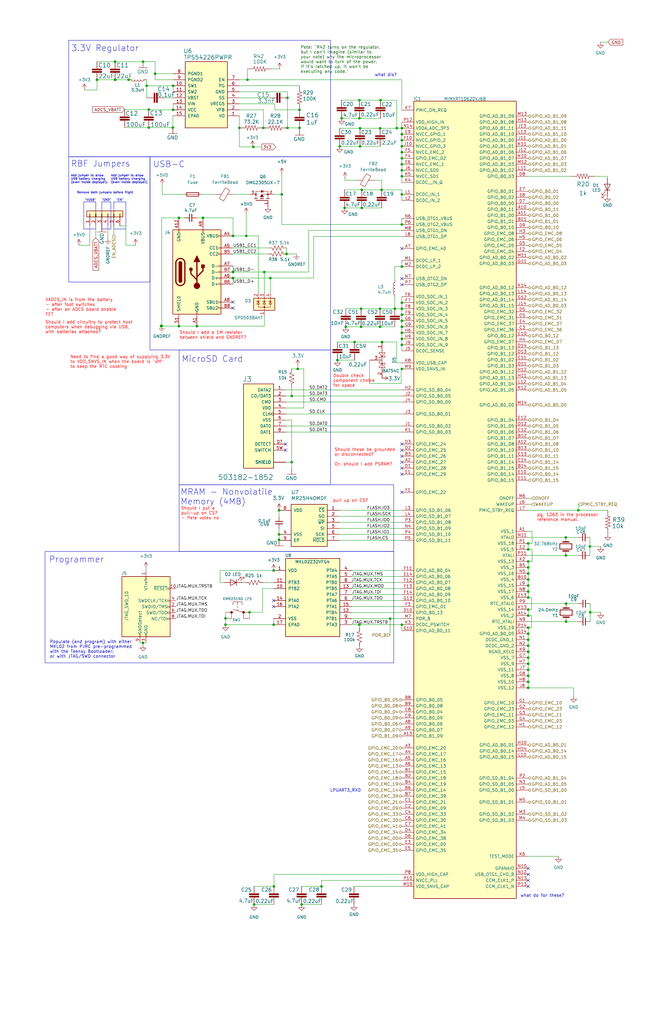
<source format=kicad_sch>
(kicad_sch (version 20230121) (generator eeschema)
  (paper "B" portrait)
  (bus_alias "3V3_RAIL" (members "3V3" "GND"))
  (bus_alias "I2C" (members "SDA" "SCL"))
  (bus_alias "JTAG" (members "TMS" "TCK" "MOD" "TDI" "TDO" "RST"))
  (bus_alias "Motor" (members "PWM_A" "PWM_B" "PWM_C" "RESET_A" "RESET_B" "RESET_C" "FAULT" "OTW" "M1"))
  (bus_alias "SPI" (members "SCK" "POCI" "PICO" "CS"))
  (junction (at 127.3048 381.762))
  (junction (at 238.8108 234.442))
  (junction (at 222.9358 277.622))
  (junction (at 48.5648 26.035))
  (junction (at 169.5958 82.042))
  (junction (at 95.1738 263.652))
  (junction (at 222.9358 249.682))
  (junction (at 166.624 130.302))
  (junction (at 222.9358 231.902))
  (junction (at 238.9378 262.382))
  (junction (at 222.9358 247.142))
  (junction (at 222.9358 275.082))
  (junction (at 107.2388 381.762))
  (junction (at 121.3358 41.275))
  (junction (at 169.5958 69.342))
  (junction (at 222.9358 252.222))
  (junction (at 160.401 130.302))
  (junction (at 121.3358 53.975))
  (junction (at 169.5958 66.802))
  (junction (at 149.6568 144.3736))
  (junction (at 48.6918 33.655))
  (junction (at 123.1138 195.072))
  (junction (at 111.1758 53.975))
  (junction (at 143.3576 61.7728))
  (junction (at 101.0158 53.975))
  (junction (at 151.9428 54.1528))
  (junction (at 161.0868 80.137))
  (junction (at 75.4888 137.668))
  (junction (at 152.7048 87.757))
  (junction (at 54.2798 33.655))
  (junction (at 115.4938 240.792))
  (junction (at 67.9958 137.668))
  (junction (at 73.0758 36.195))
  (junction (at 115.6208 374.142))
  (junction (at 169.5958 130.302))
  (junction (at 248.9708 230.632))
  (junction (at 244.094 215.392))
  (junction (at 123.1138 167.132))
  (junction (at 169.5958 112.522))
  (junction (at 169.5958 132.842))
  (junction (at 167.4368 54.102))
  (junction (at 72.9488 53.848))
  (junction (at 169.5958 263.652))
  (junction (at 106.9594 62.0014))
  (junction (at 40.9448 33.655))
  (junction (at 85.6488 91.948))
  (junction (at 151.6888 49.911))
  (junction (at 75.4888 91.948))
  (junction (at 222.9358 264.922))
  (junction (at 222.9358 285.242))
  (junction (at 169.5958 127.762))
  (junction (at 169.5958 137.922))
  (junction (at 222.9358 242.062))
  (junction (at 222.9358 282.702))
  (junction (at 169.5958 143.002))
  (junction (at 160.5788 42.291))
  (junction (at 169.5958 74.422))
  (junction (at 152.4 137.922))
  (junction (at 160.401 137.922))
  (junction (at 222.9358 244.602))
  (junction (at 125.6538 155.702))
  (junction (at 222.9358 259.842))
  (junction (at 169.5958 59.182))
  (junction (at 65.4558 31.115))
  (junction (at 169.5958 94.742))
  (junction (at 142.4178 151.9936))
  (junction (at 152.7048 80.137))
  (junction (at 164.6428 261.112))
  (junction (at 61.8998 36.195))
  (junction (at 117.7798 225.552))
  (junction (at 151.6888 42.291))
  (junction (at 126.4158 53.975))
  (junction (at 145.923 137.922))
  (junction (at 104.4448 33.655))
  (junction (at 144.1958 49.911))
  (junction (at 222.9358 236.982))
  (junction (at 169.5958 155.702))
  (junction (at 169.5958 64.262))
  (junction (at 161.2392 144.3736))
  (junction (at 105.3338 258.445))
  (junction (at 151.9428 61.7728))
  (junction (at 73.0758 46.355))
  (junction (at 48.5648 33.655))
  (junction (at 67.9958 137.541))
  (junction (at 83.1088 137.668))
  (junction (at 169.5958 56.642))
  (junction (at 169.5958 145.542))
  (junction (at 169.5958 71.882))
  (junction (at 222.9358 239.522))
  (junction (at 249.0978 258.445))
  (junction (at 98.3488 114.808))
  (junction (at 169.5958 140.462))
  (junction (at 117.7798 215.392))
  (junction (at 103.9368 99.568))
  (junction (at 62.7888 53.848))
  (junction (at 151.6888 263.652))
  (junction (at 222.9358 270.002))
  (junction (at 222.9358 229.362))
  (junction (at 117.7798 227.838))
  (junction (at 160.4518 54.1528))
  (junction (at 126.4158 46.355))
  (junction (at 222.9358 267.462))
  (junction (at 222.9358 290.322))
  (junction (at 114.0968 117.348))
  (junction (at 169.5958 54.102))
  (junction (at 222.9358 257.302))
  (junction (at 169.5958 61.722))
  (junction (at 98.3488 117.348))
  (junction (at 222.9358 272.542))
  (junction (at 222.9358 280.162))
  (junction (at 152.4 130.302))
  (junction (at 118.9228 82.042))
  (junction (at 98.3488 99.568))
  (junction (at 238.9378 254.762))
  (junction (at 60.3504 271.3228))
  (junction (at 115.4938 263.652))
  (junction (at 238.8108 226.822))
  (junction (at 120.9548 107.188))
  (junction (at 111.5568 114.808))
  (junction (at 68.2498 137.541))
  (junction (at 145.4658 87.757))
  (junction (at 222.9358 287.782))
  (junction (at 95.1738 260.985))
  (junction (at 169.5958 135.382))
  (junction (at 62.7888 46.228))
  (junction (at 60.3758 26.035))
  (junction (at 135.6868 374.142))
  (no_connect (at 169.5958 104.902))
  (no_connect (at 98.3488 130.048))
  (no_connect (at 120.5738 187.452))
  (no_connect (at 169.5958 187.452))
  (no_connect (at 222.9358 374.142))
  (no_connect (at 222.9358 369.062))
  (no_connect (at 115.4938 253.492))
  (no_connect (at 169.5958 189.992))
  (no_connect (at 98.3488 127.508))
  (no_connect (at 222.9358 366.522))
  (no_connect (at 169.5958 200.152))
  (no_connect (at 120.5738 189.992))
  (no_connect (at 169.5958 117.602))
  (no_connect (at 169.5958 207.772))
  (no_connect (at 169.5958 120.142))
  (no_connect (at 169.5958 192.532))
  (no_connect (at 169.5958 197.612))
  (no_connect (at 222.9358 371.602))
  (no_connect (at 169.5958 195.072))
  (no_connect (at 115.4938 256.032))
  (wire (pts (xy 222.9358 275.082) (xy 222.9358 277.622)))
  (wire (pts (xy 111.5568 114.808) (xy 130.2258 114.808)))
  (wire (pts (xy 75.4888 137.668) (xy 83.1088 137.668)))
  (wire (pts (xy 103.9368 99.568) (xy 109.0168 99.568)))
  (wire (pts (xy 167.4368 54.102) (xy 169.5958 54.102)))
  (wire (pts (xy 98.3488 107.188) (xy 113.3348 107.188)))
  (wire (pts (xy 123.1138 195.072) (xy 123.1138 197.612)))
  (polyline (pts (xy 53.1368 96.647) (xy 53.1368 85.217)))
  (wire (pts (xy 243.8908 226.822) (xy 238.8108 226.822)))
  (wire (pts (xy 118.9228 73.406) (xy 118.9228 82.042)))
  (wire (pts (xy 95.1738 263.652) (xy 115.4938 263.652)))
  (wire (pts (xy 222.9358 270.002) (xy 222.9358 272.542)))
  (wire (pts (xy 148.5138 245.872) (xy 169.5958 245.872)))
  (wire (pts (xy 101.0158 48.895) (xy 101.0158 53.975)))
  (wire (pts (xy 166.624 130.302) (xy 169.5958 130.302)))
  (polyline (pts (xy 40.4368 85.217) (xy 35.3568 85.217)))
  (wire (pts (xy 222.9358 282.702) (xy 222.9358 285.242)))
  (wire (pts (xy 222.9358 231.902) (xy 224.5868 231.902)))
  (wire (pts (xy 222.9358 244.602) (xy 222.9358 247.142)))
  (wire (pts (xy 101.0158 62.0014) (xy 106.9594 62.0014)))
  (wire (pts (xy 249.0978 258.445) (xy 253.5428 258.445)))
  (polyline (pts (xy 35.3568 96.647) (xy 40.4368 96.647)))
  (wire (pts (xy 244.094 215.392) (xy 244.094 212.852)))
  (wire (pts (xy 169.5958 51.562) (xy 169.5958 54.102)))
  (wire (pts (xy 135.6868 374.142) (xy 135.6868 371.602)))
  (wire (pts (xy 160.401 130.302) (xy 166.624 130.302)))
  (wire (pts (xy 40.9448 33.655) (xy 48.5648 33.655)))
  (wire (pts (xy 164.6428 261.112) (xy 169.5958 261.112)))
  (wire (pts (xy 98.3488 117.348) (xy 114.0968 117.348)))
  (wire (pts (xy 52.6288 46.228) (xy 62.7888 46.228)))
  (wire (pts (xy 145.5928 76.073) (xy 150.5458 76.073)))
  (wire (pts (xy 169.5958 109.982) (xy 169.5958 112.522)))
  (wire (pts (xy 68.4276 78.105) (xy 68.4276 82.042)))
  (wire (pts (xy 144.1958 42.291) (xy 151.6888 42.291)))
  (wire (pts (xy 253.5428 230.632) (xy 248.9708 230.632)))
  (wire (pts (xy 73.0758 43.815) (xy 73.0758 46.355)))
  (wire (pts (xy 60.3504 271.3228) (xy 61.6204 271.3228)))
  (wire (pts (xy 67.9958 137.668) (xy 67.8688 137.668)))
  (wire (pts (xy 67.8688 137.541) (xy 67.8688 137.668)))
  (wire (pts (xy 222.9358 254.762) (xy 238.9378 254.762)))
  (wire (pts (xy 135.6868 371.602) (xy 169.5958 371.602)))
  (wire (pts (xy 166.624 112.522) (xy 166.624 118.0084)))
  (wire (pts (xy 62.7888 46.355) (xy 73.0758 46.355)))
  (wire (pts (xy 98.3488 104.648) (xy 113.3348 104.648)))
  (wire (pts (xy 101.0158 41.275) (xy 113.7158 41.275)))
  (wire (pts (xy 222.9358 249.682) (xy 222.9358 252.222)))
  (wire (pts (xy 50.5968 95.377) (xy 53.1368 95.377)))
  (wire (pts (xy 115.4938 261.112) (xy 115.4938 263.652)))
  (wire (pts (xy 166.624 112.522) (xy 169.5958 112.522)))
  (wire (pts (xy 106.9594 61.976) (xy 106.6038 61.976)))
  (wire (pts (xy 169.5958 99.822) (xy 132.3848 99.822)))
  (wire (pts (xy 169.5958 71.882) (xy 169.5958 74.422)))
  (wire (pts (xy 125.6538 155.702) (xy 128.1938 155.702)))
  (wire (pts (xy 143.1798 220.472) (xy 169.5958 220.472)))
  (wire (pts (xy 160.5788 42.291) (xy 167.4368 42.291)))
  (wire (pts (xy 222.9358 280.162) (xy 222.9358 282.702)))
  (wire (pts (xy 249.0978 254.762) (xy 249.0978 258.445)))
  (wire (pts (xy 101.0158 53.975) (xy 101.0158 62.0014)))
  (wire (pts (xy 123.1138 177.292) (xy 123.1138 195.072)))
  (polyline (pts (xy 53.1368 85.217) (xy 48.0568 85.217)))
  (polyline (pts (xy 48.0568 85.217) (xy 48.0568 96.647)))
  (wire (pts (xy 120.9548 104.648) (xy 120.9548 107.188)))
  (wire (pts (xy 75.4888 137.668) (xy 67.9958 137.668)))
  (wire (pts (xy 222.9358 239.522) (xy 222.9358 242.062)))
  (wire (pts (xy 222.9358 287.782) (xy 222.9358 290.322)))
  (wire (pts (xy 60.3758 26.035) (xy 65.4558 26.035)))
  (polyline (pts (xy 53.1368 96.647) (xy 48.0568 96.647)))
  (wire (pts (xy 167.4368 42.291) (xy 167.4368 54.102)))
  (wire (pts (xy 224.5868 229.362) (xy 222.9358 229.362)))
  (wire (pts (xy 143.3576 54.1528) (xy 151.9428 54.1528)))
  (wire (pts (xy 65.4558 33.655) (xy 73.0758 33.655)))
  (wire (pts (xy 160.4518 54.1528) (xy 167.4368 54.1528)))
  (wire (pts (xy 72.9488 48.895) (xy 73.0758 48.895)))
  (wire (pts (xy 222.9358 361.442) (xy 235.712 361.442)))
  (wire (pts (xy 92.8878 240.792) (xy 92.8878 245.872)))
  (wire (pts (xy 48.5648 33.655) (xy 48.6918 33.655)))
  (wire (pts (xy 120.5738 195.072) (xy 123.1138 195.072)))
  (wire (pts (xy 144.1958 49.911) (xy 151.6888 49.911)))
  (wire (pts (xy 145.4658 80.137) (xy 152.7048 80.137)))
  (wire (pts (xy 48.5648 26.035) (xy 60.3758 26.035)))
  (wire (pts (xy 249.0978 262.382) (xy 249.0978 258.445)))
  (wire (pts (xy 62.7888 46.228) (xy 62.7888 46.355)))
  (wire (pts (xy 117.7798 225.552) (xy 117.7798 227.838)))
  (wire (pts (xy 102.2858 245.872) (xy 103.4288 245.872)))
  (wire (pts (xy 117.7798 227.838) (xy 117.7798 228.092)))
  (wire (pts (xy 73.0758 41.275) (xy 69.5198 41.275)))
  (wire (pts (xy 148.5138 263.652) (xy 151.6888 263.652)))
  (wire (pts (xy 59.0804 271.3228) (xy 60.3504 271.3228)))
  (wire (pts (xy 118.9228 82.042) (xy 118.9228 94.742)))
  (wire (pts (xy 253.3904 17.8054) (xy 256.5908 17.8054)))
  (wire (pts (xy 169.5958 94.742) (xy 169.5958 92.202)))
  (wire (pts (xy 127.3048 374.142) (xy 135.6868 374.142)))
  (wire (pts (xy 118.0338 29.083) (xy 118.0338 29.0576)))
  (wire (pts (xy 67.9958 137.541) (xy 67.9958 137.668)))
  (wire (pts (xy 143.1798 217.932) (xy 169.5958 217.932)))
  (wire (pts (xy 48.0568 95.377) (xy 48.0568 99.2124)))
  (wire (pts (xy 148.5138 256.032) (xy 169.5958 256.032)))
  (wire (pts (xy 101.0158 38.735) (xy 121.3358 38.735)))
  (wire (pts (xy 152.4 137.922) (xy 160.401 137.922)))
  (wire (pts (xy 143.1798 225.552) (xy 169.5958 225.552)))
  (wire (pts (xy 222.9358 215.392) (xy 244.094 215.392)))
  (wire (pts (xy 114.0968 117.348) (xy 114.0968 123.317)))
  (wire (pts (xy 95.1738 260.985) (xy 95.1738 263.652)))
  (wire (pts (xy 243.8908 234.442) (xy 238.8108 234.442)))
  (wire (pts (xy 169.5958 127.762) (xy 169.5958 130.302)))
  (wire (pts (xy 169.5958 82.042) (xy 169.5958 84.582)))
  (wire (pts (xy 130.2258 97.282) (xy 169.5958 97.282)))
  (wire (pts (xy 130.2258 114.808) (xy 130.2258 97.282)))
  (wire (pts (xy 48.6918 33.655) (xy 54.2798 33.655)))
  (wire (pts (xy 110.7948 258.445) (xy 105.3338 258.445)))
  (wire (pts (xy 169.5958 130.302) (xy 169.5958 132.842)))
  (wire (pts (xy 73.0758 31.115) (xy 65.4558 31.115)))
  (wire (pts (xy 224.3328 257.302) (xy 222.9358 257.302)))
  (wire (pts (xy 48.5648 33.655) (xy 48.5648 33.528)))
  (wire (pts (xy 65.4558 26.035) (xy 65.4558 31.115)))
  (wire (pts (xy 109.0168 123.317) (xy 109.0168 99.568)))
  (wire (pts (xy 40.9448 33.655) (xy 40.9448 37.973)))
  (wire (pts (xy 98.3488 91.948) (xy 98.3488 99.568)))
  (wire (pts (xy 111.1758 46.355) (xy 111.1758 53.975)))
  (wire (pts (xy 143.1798 215.392) (xy 169.5958 215.392)))
  (wire (pts (xy 61.6204 239.8268) (xy 61.6204 240.8428)))
  (wire (pts (xy 169.5958 80.137) (xy 169.5958 82.042)))
  (wire (pts (xy 83.1088 137.668) (xy 111.5568 137.668)))
  (wire (pts (xy 169.5958 61.722) (xy 169.5958 64.262)))
  (wire (pts (xy 148.5138 258.572) (xy 169.5958 258.572)))
  (wire (pts (xy 244.094 215.392) (xy 256.54 215.392)))
  (wire (pts (xy 151.9428 54.1528) (xy 151.9428 56.6928)))
  (wire (pts (xy 222.9358 212.852) (xy 224.282 212.852)))
  (wire (pts (xy 169.5958 56.642) (xy 169.5958 59.182)))
  (wire (pts (xy 145.923 130.302) (xy 152.4 130.302)))
  (wire (pts (xy 169.5958 69.342) (xy 169.5958 71.882)))
  (wire (pts (xy 98.3488 112.268) (xy 98.3488 114.808)))
  (wire (pts (xy 145.4658 87.757) (xy 152.7048 87.757)))
  (wire (pts (xy 104.4448 33.655) (xy 169.5958 33.655)))
  (wire (pts (xy 169.5958 333.502) (xy 169.6212 333.502)))
  (wire (pts (xy 68.2498 91.948) (xy 75.4888 91.948)))
  (wire (pts (xy 222.9358 74.422) (xy 240.9698 74.422)))
  (wire (pts (xy 151.9428 54.1528) (xy 160.4518 54.1528)))
  (wire (pts (xy 164.6428 261.112) (xy 164.6428 268.097)))
  (wire (pts (xy 222.9358 226.822) (xy 238.8108 226.822)))
  (wire (pts (xy 167.386 153.162) (xy 169.5958 153.162)))
  (wire (pts (xy 222.9358 267.462) (xy 222.9358 270.002)))
  (wire (pts (xy 151.6888 49.911) (xy 160.5788 49.911)))
  (wire (pts (xy 244.0178 262.382) (xy 238.9378 262.382)))
  (wire (pts (xy 169.5958 125.222) (xy 169.5958 127.762)))
  (wire (pts (xy 107.2388 381.762) (xy 115.6208 381.762)))
  (wire (pts (xy 116.0018 46.355) (xy 126.4158 46.355)))
  (wire (pts (xy 123.1138 163.322) (xy 123.1138 167.132)))
  (wire (pts (xy 169.5958 59.182) (xy 169.5958 61.722)))
  (wire (pts (xy 222.9358 252.222) (xy 224.3328 252.222)))
  (wire (pts (xy 117.7798 218.059) (xy 117.7798 215.392)))
  (wire (pts (xy 148.5138 243.332) (xy 169.5958 243.332)))
  (wire (pts (xy 145.5928 75.311) (xy 145.5928 76.073)))
  (wire (pts (xy 132.3848 117.348) (xy 114.0968 117.348)))
  (wire (pts (xy 152.7048 87.757) (xy 161.0868 87.757)))
  (wire (pts (xy 110.4646 62.0014) (xy 106.9594 62.0014)))
  (wire (pts (xy 169.5958 64.262) (xy 169.5958 66.802)))
  (wire (pts (xy 161.0868 80.137) (xy 169.5958 80.137)))
  (wire (pts (xy 222.9358 236.982) (xy 222.9358 239.522)))
  (wire (pts (xy 95.1738 258.445) (xy 95.1738 260.985)))
  (wire (pts (xy 244.0178 254.762) (xy 238.9378 254.762)))
  (wire (pts (xy 117.7798 215.138) (xy 117.7798 215.392)))
  (wire (pts (xy 101.0158 33.655) (xy 104.4448 33.655)))
  (wire (pts (xy 111.0488 245.872) (xy 115.4938 245.872)))
  (wire (pts (xy 155.956 161.8488) (xy 169.3164 161.8488)))
  (wire (pts (xy 132.3848 99.822) (xy 132.3848 117.348)))
  (wire (pts (xy 114.6048 29.083) (xy 118.0338 29.0576)))
  (wire (pts (xy 222.9358 224.282) (xy 224.5868 224.282)))
  (wire (pts (xy 169.5958 143.002) (xy 169.5958 145.542)))
  (wire (pts (xy 68.2498 137.541) (xy 68.2498 91.948)))
  (wire (pts (xy 118.9228 94.742) (xy 169.5958 94.742)))
  (wire (pts (xy 142.4178 144.3736) (xy 149.6568 144.3736)))
  (wire (pts (xy 103.9368 99.568) (xy 98.3488 99.568)))
  (wire (pts (xy 68.2498 137.541) (xy 67.9958 137.541)))
  (wire (pts (xy 120.5738 179.832) (xy 169.5958 179.832)))
  (wire (pts (xy 92.8878 245.872) (xy 94.6658 245.872)))
  (wire (pts (xy 224.5868 236.982) (xy 222.9358 236.982)))
  (wire (pts (xy 149.4028 374.142) (xy 169.5958 374.142)))
  (wire (pts (xy 121.3358 41.275) (xy 121.3358 53.975)))
  (wire (pts (xy 151.6888 42.291) (xy 160.5788 42.291)))
  (wire (pts (xy 126.4158 53.975) (xy 126.4158 54.483)))
  (wire (pts (xy 72.9488 48.895) (xy 72.9488 53.848)))
  (wire (pts (xy 143.3576 61.7728) (xy 151.9428 61.7728)))
  (wire (pts (xy 152.4 130.302) (xy 160.401 130.302)))
  (wire (pts (xy 222.9358 257.302) (xy 222.9358 259.842)))
  (wire (pts (xy 155.956 151.9936) (xy 155.956 161.8488)))
  (wire (pts (xy 222.9358 264.922) (xy 222.9358 267.462)))
  (wire (pts (xy 151.6888 265.049) (xy 151.6888 263.652)))
  (wire (pts (xy 148.5138 253.492) (xy 169.5958 253.492)))
  (wire (pts (xy 101.0158 43.815) (xy 116.0018 43.815)))
  (wire (pts (xy 98.2218 117.348) (xy 98.3488 117.348)))
  (wire (pts (xy 148.5138 248.412) (xy 169.5958 248.412)))
  (wire (pts (xy 224.5868 231.902) (xy 224.5868 236.982)))
  (wire (pts (xy 105.3338 258.445) (xy 105.3338 260.985)))
  (wire (pts (xy 120.5738 169.672) (xy 169.5958 169.672)))
  (wire (pts (xy 224.5868 224.282) (xy 224.5868 229.362)))
  (wire (pts (xy 169.3164 161.8488) (xy 169.3164 155.702)))
  (wire (pts (xy 121.3358 53.975) (xy 126.4158 53.975)))
  (wire (pts (xy 169.5958 132.842) (xy 169.5958 135.382)))
  (wire (pts (xy 167.4368 54.1528) (xy 167.4368 54.102)))
  (wire (pts (xy 117.7798 223.139) (xy 117.7798 225.552)))
  (polyline (pts (xy 42.9768 85.217) (xy 46.7868 85.217)))
  (wire (pts (xy 222.9358 272.542) (xy 222.9358 275.082)))
  (wire (pts (xy 222.9358 247.142) (xy 222.9358 249.682)))
  (wire (pts (xy 222.9358 210.312) (xy 224.282 210.312)))
  (wire (pts (xy 248.9708 234.442) (xy 248.9708 230.632)))
  (wire (pts (xy 107.2388 374.142) (xy 115.6208 374.142)))
  (wire (pts (xy 169.5958 137.922) (xy 169.5958 140.462)))
  (wire (pts (xy 143.1798 223.012) (xy 169.5958 223.012)))
  (wire (pts (xy 45.5168 100.6602) (xy 45.5168 95.377)))
  (wire (pts (xy 169.5958 66.802) (xy 169.5958 69.342)))
  (wire (pts (xy 111.5568 114.808) (xy 111.5568 123.317)))
  (wire (pts (xy 98.3488 117.348) (xy 98.3488 119.888)))
  (wire (pts (xy 169.5958 145.542) (xy 169.5958 148.082)))
  (wire (pts (xy 106.9594 62.0014) (xy 106.9594 61.976)))
  (wire (pts (xy 142.4178 151.9936) (xy 149.6568 151.9936)))
  (wire (pts (xy 61.8998 36.195) (xy 61.8998 41.275)))
  (wire (pts (xy 111.5568 133.477) (xy 111.5568 137.668)))
  (wire (pts (xy 169.3164 155.702) (xy 169.5958 155.702)))
  (wire (pts (xy 53.1368 103.505) (xy 57.2262 103.505)))
  (wire (pts (xy 125.6538 155.702) (xy 125.6538 154.432)))
  (wire (pts (xy 121.3358 38.735) (xy 121.3358 41.275)))
  (polyline (pts (xy 46.7868 85.217) (xy 46.7868 96.647)))
  (wire (pts (xy 167.386 144.3736) (xy 167.386 153.162)))
  (wire (pts (xy 53.1368 95.377) (xy 53.1368 103.505)))
  (wire (pts (xy 169.5958 135.382) (xy 169.5958 137.922)))
  (wire (pts (xy 224.3328 264.922) (xy 222.9358 264.922)))
  (wire (pts (xy 65.4558 31.115) (xy 65.4558 33.655)))
  (wire (pts (xy 248.9708 230.632) (xy 248.9708 226.822)))
  (wire (pts (xy 222.9358 290.322) (xy 242.1128 290.322)))
  (wire (pts (xy 60.3504 272.2118) (xy 60.3504 271.3228)))
  (wire (pts (xy 222.9358 285.242) (xy 222.9358 287.782)))
  (wire (pts (xy 169.5958 263.652) (xy 169.5958 266.192)))
  (wire (pts (xy 120.5738 182.372) (xy 169.5958 182.372)))
  (wire (pts (xy 40.4368 100.457) (xy 40.4368 95.377)))
  (wire (pts (xy 222.9358 277.622) (xy 222.9358 280.162)))
  (polyline (pts (xy 46.7868 96.647) (xy 42.9768 96.647)))
  (wire (pts (xy 161.0868 76.073) (xy 161.0868 80.137)))
  (wire (pts (xy 224.3328 259.842) (xy 224.3328 264.922)))
  (wire (pts (xy 104.4448 29.083) (xy 104.4448 33.655)))
  (wire (pts (xy 101.0158 36.195) (xy 126.4158 36.195)))
  (wire (pts (xy 48.5648 33.528) (xy 48.6918 33.528)))
  (wire (pts (xy 158.1658 76.073) (xy 161.0868 76.073)))
  (wire (pts (xy 148.5138 250.952) (xy 169.5958 250.952)))
  (polyline (pts (xy 35.3568 85.217) (xy 35.3568 96.647)))
  (wire (pts (xy 110.7948 248.412) (xy 115.4938 248.412)))
  (wire (pts (xy 169.5958 74.422) (xy 169.5958 76.962)))
  (wire (pts (xy 115.6208 82.042) (xy 118.9228 82.042)))
  (wire (pts (xy 103.9368 90.297) (xy 103.9368 99.568)))
  (wire (pts (xy 222.9358 259.842) (xy 224.3328 259.842)))
  (wire (pts (xy 52.6288 53.848) (xy 62.7888 53.848)))
  (wire (pts (xy 149.6568 144.3736) (xy 161.2392 144.3736)))
  (wire (pts (xy 155.956 151.9936) (xy 156.1592 151.9936)))
  (wire (pts (xy 61.8998 36.195) (xy 73.0758 36.195)))
  (wire (pts (xy 92.8878 240.792) (xy 115.4938 240.792)))
  (wire (pts (xy 68.4276 82.042) (xy 77.5208 82.042)))
  (wire (pts (xy 115.6208 374.142) (xy 115.6208 369.062)))
  (wire (pts (xy 48.6918 33.655) (xy 48.6918 33.528)))
  (wire (pts (xy 40.9448 37.973) (xy 35.6108 37.973)))
  (wire (pts (xy 98.6028 82.042) (xy 105.4608 82.042)))
  (wire (pts (xy 98.3488 114.808) (xy 111.5568 114.808)))
  (wire (pts (xy 148.5138 261.112) (xy 164.6428 261.112)))
  (wire (pts (xy 127.3048 381.762) (xy 135.6868 381.762)))
  (wire (pts (xy 169.5958 33.655) (xy 169.5958 46.482)))
  (wire (pts (xy 115.6208 369.062) (xy 169.5958 369.062)))
  (wire (pts (xy 120.5738 177.292) (xy 123.1138 177.292)))
  (wire (pts (xy 67.9958 137.541) (xy 67.8688 137.541)))
  (wire (pts (xy 82.9818 91.948) (xy 85.6488 91.948)))
  (wire (pts (xy 166.624 125.6284) (xy 166.624 130.302)))
  (wire (pts (xy 169.5958 155.702) (xy 169.6212 155.702)))
  (wire (pts (xy 101.0158 46.355) (xy 111.1758 46.355)))
  (wire (pts (xy 224.3328 252.222) (xy 224.3328 257.302)))
  (wire (pts (xy 169.5958 140.462) (xy 169.5958 143.002)))
  (wire (pts (xy 151.9428 61.7728) (xy 160.4518 61.7728)))
  (wire (pts (xy 120.5738 174.752) (xy 169.5958 174.752)))
  (wire (pts (xy 73.0758 38.735) (xy 73.0758 36.195)))
  (wire (pts (xy 242.1128 290.322) (xy 242.1128 293.878)))
  (wire (pts (xy 161.2392 144.3736) (xy 167.386 144.3736)))
  (wire (pts (xy 55.1688 33.655) (xy 54.2798 33.655)))
  (wire (pts (xy 120.5738 167.132) (xy 123.1138 167.132)))
  (wire (pts (xy 85.1408 82.042) (xy 90.9828 82.042)))
  (wire (pts (xy 145.923 137.922) (xy 152.4 137.922)))
  (wire (pts (xy 143.1798 228.092) (xy 169.5958 228.092)))
  (wire (pts (xy 85.6488 91.948) (xy 98.3488 91.948)))
  (wire (pts (xy 256.3368 74.422) (xy 256.3368 75.184)))
  (wire (pts (xy 120.9548 107.188) (xy 125.1458 107.188)))
  (wire (pts (xy 169.5958 54.102) (xy 169.5958 56.642)))
  (wire (pts (xy 222.9358 234.442) (xy 238.8108 234.442)))
  (wire (pts (xy 40.9448 26.035) (xy 48.5648 26.035)))
  (wire (pts (xy 62.7888 53.848) (xy 72.9488 53.848)))
  (wire (pts (xy 37.8968 95.377) (xy 37.8968 103.5304)))
  (wire (pts (xy 33.3248 103.5304) (xy 37.8968 103.5304)))
  (wire (pts (xy 116.0018 43.815) (xy 116.0018 46.355)))
  (wire (pts (xy 251.1298 74.422) (xy 256.3368 74.422)))
  (wire (pts (xy 123.1138 155.702) (xy 125.6538 155.702)))
  (wire (pts (xy 222.9358 262.382) (xy 238.9378 262.382)))
  (wire (pts (xy 75.4888 91.948) (xy 77.9018 91.948)))
  (wire (pts (xy 128.1938 155.702) (xy 128.1938 172.212)))
  (wire (pts (xy 222.9358 229.362) (xy 222.9358 231.902)))
  (polyline (pts (xy 42.9768 96.647) (xy 42.9768 85.217)))
  (wire (pts (xy 152.7048 80.137) (xy 161.0868 80.137)))
  (wire (pts (xy 160.401 137.922) (xy 166.624 137.922)))
  (wire (pts (xy 123.1138 167.132) (xy 169.5958 167.132)))
  (wire (pts (xy 61.8998 33.655) (xy 61.8998 36.195)))
  (wire (pts (xy 120.5738 172.212) (xy 128.1938 172.212)))
  (wire (pts (xy 148.5138 240.792) (xy 169.5958 240.792)))
  (wire (pts (xy 120.5738 164.592) (xy 169.5958 164.592)))
  (polyline (pts (xy 40.4368 96.647) (xy 40.4368 85.217)))
  (wire (pts (xy 151.6888 263.652) (xy 169.5958 263.652)))
  (wire (pts (xy 110.7948 248.412) (xy 110.7948 258.445)))
  (wire (pts (xy 222.9358 242.062) (xy 222.9358 244.602)))
  (rectangle (start 63.2968 66.167) (end 139.4968 147.701))
  (rectangle (start 29.0068 17.018) (end 139.4968 66.167))
  (rectangle (start 29.0068 66.167) (end 63.2968 119.0498))
  (rectangle (start 18.9992 232.7656) (end 166.1668 279.781))
  (rectangle (start 75.6158 204.597) (end 166.1668 232.791))
  (rectangle (start 75.6158 147.701) (end 139.4968 204.597))
  (text "3.3V Regulator" (at 30.0228 21.971 0) (effects (font (size 2.54 2.54)) (justify left bottom)))
  (text "\"VUSB\"" (at 40.64 85.09 0) (effects (font (size 0.889 0.889)) (justify right bottom)))
  (text "USB-C\n" (at 64.5668 70.993 0) (effects (font (size 2.54 2.54)) (justify left bottom)))
  (text "what do for these?\n" (at 219.6338 378.8664 0) (effects (font (size 1.27 1.27)) (justify left bottom)))
  (text "MicroSD Card" (at 76.6318 153.162 0) (effects (font (size 2.54 2.54)) (justify left bottom)))
  (text "Should I add a 1M resistor \nbetween shield and GNDREF?" (at 75.7428 143.3068 0) (effects (font (size 1.27 1.27)) (justify left bottom)))
  (text "LPUART3_RXD" (at 139.2936 334.4672 0) (effects (font (size 1.27 1.27)) (justify left bottom)))
  (text "VADCS_IN is from the battery\n- after foot switches\n- after an ADCS board enable \nFET\n" (at 19.177 133.5532 0) (effects (font (size 1.27 1.27)) (justify left bottom)))
  (text "Programmer" (at 20.6248 237.7948 0) (effects (font (size 2.54 2.54)) (justify left bottom)))
  (text "Should I put a\npull-up on CS?\n- Pete votes no" (at 76.3524 219.5068 0) (effects (font (size 1.27 1.27)) (justify left bottom)))
  (text "pull up on CS?\n" (at 140.462 212.1408 0) (effects (font (size 1.27 1.27)) (justify left bottom)))
  (text "Pete: \"R42 turns on the regulator, \nbut I can't imagine (similar to \nyour note) why the microprocessor\nwould want to turn of the power.  \nIf it's latched up, it won't be \nexecuting any code.\"\n" (at 126.8222 31.0896 0) (effects (font (size 1.27 1.27)) (justify left bottom)))
  (text "Populate (and program) with either \nMKL02 from PJRC pre-programmed \nwith the Teensy Bootloader;\nor with JTAG/SWD connector" (at 20.9804 277.9268 0) (effects (font (size 1.27 1.27)) (justify left bottom)))
  (text "\"GND\"" (at 42.7736 85.0392 0) (effects (font (size 0.889 0.889)) (justify left bottom)))
  (text "Add jumper to allow\nUSB battery charging\n(even inside deployer).\n" (at 29.8958 77.597 0) (effects (font (size 0.889 0.889)) (justify left bottom)))
  (text "what dis?\n" (at 158.1404 32.4612 0) (effects (font (size 1.27 1.27)) (justify left bottom)))
  (text "Should I add circuitry to protect host \ncomputers when debugging via USB, \nwith batteries attached?" (at 19.05 140.97 0) (effects (font (size 1.27 1.27)) (justify left bottom)))
  (text "Should these be grounded \nor disconnected?\n\nOr, should I add PSRAM?\n" (at 141.1224 196.7992 0) (effects (font (size 1.27 1.27)) (justify left bottom)))
  (text "pg. 1263 in the processor \nreference manual." (at 226.6188 220.218 0) (effects (font (size 1.27 1.27)) (justify left bottom)))
  (text "Double check \ncomponent choice \nfor space\n\n\n" (at 140.5636 167.64 0) (effects (font (size 1.27 1.27)) (justify left bottom)))
  (text "RBF Jumpers" (at 29.8958 70.739 0) (effects (font (size 2.54 2.54)) (justify left bottom)))
  (text "Add jumper to allow\nUSB battery charging\n(even inside deployer).\n" (at 46.7868 77.597 0) (effects (font (size 0.889 0.889)) (justify left bottom)))
  (text "MRAM - Nonvolatile\nMemory (4MB)" (at 76.1238 213.36 0) (effects (font (size 2.54 2.54)) (justify left bottom)))
  (text "Need to find a good way of supplying 3.3V\nto VDD_SNVS_IN when the board is \"off\" \nto keep the RTC cooking\n" (at 29.6164 155.6004 0) (effects (font (size 1.27 1.27)) (justify left bottom)))
  (text "\"EN\"" (at 52.2478 85.09 0) (effects (font (size 0.889 0.889)) (justify right bottom)))
  (text "Remove both jumpers before flight" (at 32.4358 81.915 0) (effects (font (size 0.889 0.889)) (justify left bottom)))
  (label "SD.DAT2" (at 130.4798 164.592 0))
  (label "FLASH.IO2" (at 154.8638 223.012 0))
  (label "FLASH.SCK" (at 154.8638 217.932 0))
  (label "USB1_D+" (at 98.3488 119.761 0))
  (label "FLASH.CS" (at 154.8638 228.092 0))
  (label "JTAG.MUX.TDO" (at 161.5948 253.492 180))
  (label "JTAG.MUX.TDI" (at 160.9598 250.952 180))
  (label "SD.DAT1" (at 130.4798 182.372 0))
  (label "FLASH.IO0" (at 154.8638 220.472 0))
  (label "SD.CMD" (at 130.4798 169.672 0))
  (label "JTAG.MUX.TRSTB" (at 74.3204 248.4628 0))
  (label "FLASH.IO3" (at 154.8638 215.392 0))
  (label "JTAG.MUX.TRSTB" (at 163.7538 263.652 180))
  (label "FLASH.IO1" (at 154.8384 225.552 0))
  (label "JTAG.MUX.TMS" (at 74.3204 256.0828 0))
  (label "JTAG.MUX.TDI" (at 74.3204 261.1628 0))
  (label "USB1_D-" (at 98.3488 114.808 0))
  (label "JTAG.MUX.TMS" (at 161.7218 243.332 180))
  (label "SD.CLK" (at 130.4798 174.752 0))
  (label "JTAG.MUX.TDO" (at 74.3204 258.6228 0))
  (label "JTAG.MUX.MOD" (at 162.1028 248.412 180))
  (label "USB1_CC1" (at 98.3488 104.648 0))
  (label "JTAG.MUX.TCK" (at 74.3204 253.5428 0))
  (label "SD.DAT3" (at 130.4798 167.132 0))
  (label "SD.DAT0" (at 130.4798 179.832 0))
  (label "USB1_CC2" (at 98.3488 107.188 0))
  (label "JTAG.MUX.TCK" (at 161.4678 245.872 180))
  (global_label "GND" (shape input) (at 256.5908 17.8054 0) (property "Intersheetrefs" "${INTERSHEET_REFS}" (effects hide)))
  (global_label "3V3" (shape output) (at 110.4646 62.0014 0) (property "Intersheetrefs" "${INTERSHEET_REFS}" (effects hide)))
  (global_label "ADCS_VBATT" (shape input) (at 40.4368 100.457 270) (property "Intersheetrefs" "${INTERSHEET_REFS}" (effects hide)))
  (global_label "ADCS_VBATT" (shape input) (at 52.6288 46.228 180) (property "Intersheetrefs" "${INTERSHEET_REFS}" (effects hide)))
  (hierarchical_label "GPIO_B1_15" (shape bidirectional) (at 222.9358 197.612 0))
  (hierarchical_label "WAKEUP" (shape input) (at 224.282 212.852 0))
  (hierarchical_label "GPIO_B1_10" (shape bidirectional) (at 222.9358 189.992 0))
  (hierarchical_label "PMIC_STBY_REQ" (shape input) (at 244.094 212.852 0))
  (hierarchical_label "GPIO_B1_11" (shape bidirectional) (at 222.9358 192.532 0))
  (hierarchical_label "GPIO_SD_B1_02" (shape bidirectional) (at 222.9358 343.662 0))
  (hierarchical_label "GPIO_AD_B1_08" (shape bidirectional) (at 222.9358 51.562 0))
  (hierarchical_label "GPIO_B1_08" (shape bidirectional) (at 222.9358 187.452 0))
  (hierarchical_label "GPIO_B0_00" (shape bidirectional) (at 222.9358 85.852 0))
  (hierarchical_label "GPIO_EMC_30" (shape bidirectional) (at 169.5958 346.202 180))
  (hierarchical_label "GPIO_EMC_10" (shape bidirectional) (at 222.9358 296.672 0))
  (hierarchical_label "GPIO_AD_B0_14" (shape bidirectional) (at 222.9358 316.992 0))
  (hierarchical_label "GPIO_AD_B1_12" (shape bidirectional) (at 222.9358 156.972 0))
  (hierarchical_label "GPIO_AD_B1_04" (shape bidirectional) (at 222.9358 328.422 0))
  (hierarchical_label "EN_ADCS" (shape input) (at 48.0568 99.2124 270))
  (hierarchical_label "GPIO_B1_05" (shape bidirectional) (at 222.9358 179.832 0))
  (hierarchical_label "GPIO_B0_05" (shape bidirectional) (at 169.5958 295.402 180))
  (hierarchical_label "GPIO_AD_B1_13" (shape bidirectional) (at 222.9358 159.512 0))
  (hierarchical_label "GPIO_EMC_03" (shape bidirectional) (at 222.9358 304.292 0))
  (hierarchical_label "GPIO_AD_B1_14" (shape bidirectional) (at 222.9358 126.492 0))
  (hierarchical_label "GPIO_AD_B0_03" (shape bidirectional) (at 222.9358 129.032 0))
  (hierarchical_label "GPIO_EMC_09" (shape bidirectional) (at 169.5958 341.122 180))
  (hierarchical_label "GPIO_B0_04" (shape bidirectional) (at 169.5958 300.482 180))
  (hierarchical_label "GPIO_EMC_11" (shape bidirectional) (at 222.9358 301.752 0))
  (hierarchical_label "GPIO_AD_B1_00" (shape bidirectional) (at 222.9358 59.182 0))
  (hierarchical_label "GPIO_EMC_08" (shape bidirectional) (at 222.9358 98.552 0))
  (hierarchical_label "GPIO_AD_B0_01" (shape bidirectional) (at 222.9358 314.452 0))
  (hierarchical_label "GPIO_AD_B1_06" (shape bidirectional) (at 222.9358 64.262 0))
  (hierarchical_label "GPIO_EMC_21" (shape bidirectional) (at 169.5958 338.582 180))
  (hierarchical_label "GPIO_SD_B1_01" (shape bidirectional) (at 222.9358 338.582 0))
  (hierarchical_label "GPIO_EMC_12" (shape bidirectional) (at 222.9358 306.832 0))
  (hierarchical_label "GPIO_B0_12" (shape bidirectional) (at 222.9358 141.732 0))
  (hierarchical_label "GPIO_EMC_00" (shape bidirectional) (at 169.5958 353.822 180))
  (hierarchical_label "GPIO_EMC_00" (shape bidirectional) (at 169.5958 356.362 180))
  (hierarchical_label "GPIO_AD_B0_02" (shape bidirectional) (at 222.9358 108.712 0))
  (hierarchical_label "GPIO_EMC_04" (shape bidirectional) (at 222.9358 106.172 0))
  (hierarchical_label "GPIO_EMC_41" (shape bidirectional) (at 169.5958 348.742 180))
  (hierarchical_label "GPIO_EMC_20" (shape bidirectional) (at 169.5958 315.722 180))
  (hierarchical_label "GPIO_EMC_37" (shape bidirectional) (at 222.9358 136.652 0))
  (hierarchical_label "GPIO_B1_03" (shape bidirectional) (at 222.9358 154.432 0))
  (hierarchical_label "GPIO_EMC_14" (shape bidirectional) (at 169.6212 333.502 180))
  (hierarchical_label "GPIO_AD_B0_03" (shape bidirectional) (at 222.9358 111.252 0))
  (hierarchical_label "GPIO_SD_B1_00" (shape bidirectional) (at 222.9358 333.502 0))
  (hierarchical_label "GPIO_B1_09" (shape bidirectional) (at 169.5958 310.642 180))
  (hierarchical_label "GPIO_AD_B0_15" (shape bidirectional) (at 222.9358 319.532 0))
  (hierarchical_label "GPIO_B1_00" (shape bidirectional) (at 222.9358 90.932 0))
  (hierarchical_label "GPIO_EMC_33" (shape bidirectional) (at 169.5958 343.662 180))
  (hierarchical_label "GPIO_B0_09" (shape bidirectional) (at 169.5958 303.022 180))
  (hierarchical_label "GPIO_EMC_18" (shape bidirectional) (at 169.5958 328.422 180))
  (hierarchical_label "GPIO_AD_B0_13" (shape bidirectional) (at 222.9358 123.952 0))
  (hierarchical_label "GPIO_B0_06" (shape bidirectional) (at 169.5958 305.562 180))
  (hierarchical_label "GPIO_B0_08" (shape bidirectional) (at 169.5958 297.942 180))
  (hierarchical_label "GPIO_AD_B1_04" (shape bidirectional) (at 222.9358 162.052 0))
  (hierarchical_label "GPIO_EMC_39" (shape bidirectional) (at 169.5958 336.042 180))
  (hierarchical_label "GPIO_EMC_15" (shape bidirectional) (at 169.5958 325.882 180))
  (hierarchical_label "GPIO_AD_B1_03" (shape bidirectional) (at 222.9358 69.342 0))
  (hierarchical_label "GPIO_B0_14" (shape bidirectional) (at 222.9358 200.152 0))
  (hierarchical_label "GPIO_EMC_06" (shape bidirectional) (at 222.9358 101.092 0))
  (hierarchical_label "GPIO_AD_B0_12" (shape bidirectional) (at 222.9358 121.412 0))
  (hierarchical_label "GPIO_EMC_35" (shape bidirectional) (at 169.5958 358.902 180))
  (hierarchical_label "GPIO_AD_B1_11" (shape bidirectional) (at 222.9358 54.102 0))
  (hierarchical_label "GPIO_SD_B1_03" (shape bidirectional) (at 222.9358 346.202 0))
  (hierarchical_label "GPIO_B1_13" (shape bidirectional) (at 222.9358 146.812 0))
  (hierarchical_label "GPIO_EMC_13" (shape bidirectional) (at 169.5958 323.342 180))
  (hierarchical_label "GPIO_B1_12" (shape bidirectional) (at 222.9358 149.352 0))
  (hierarchical_label "GPIO_B1_06" (shape bidirectional) (at 222.9358 182.372 0))
  (hierarchical_label "GPIO_EMC_34" (shape bidirectional) (at 169.5958 351.282 180))
  (hierarchical_label "GPIO_AD_B1_05" (shape bidirectional) (at 222.9358 330.962 0))
  (hierarchical_label "GPIO_B1_07" (shape bidirectional) (at 222.9358 184.912 0))
  (hierarchical_label "GPIO_B1_15" (shape bidirectional) (at 222.9358 202.692 0))
  (hierarchical_label "GPIO_B0_07" (shape bidirectional) (at 169.5958 308.102 180))
  (hierarchical_label "GPIO_AD_B1_10" (shape bidirectional) (at 222.9358 56.642 0))
  (hierarchical_label "GPIO_EMC_32" (shape bidirectional) (at 222.9358 131.572 0))
  (hierarchical_label "GPIO_B1_04" (shape bidirectional) (at 222.9358 177.292 0))
  (hierarchical_label "GPIO_B0_01" (shape bidirectional) (at 222.9358 80.772 0))
  (hierarchical_label "GPIO_AD_B1_01" (shape bidirectional) (at 222.9358 61.722 0))
  (hierarchical_label "GPIO_B1_02" (shape bidirectional) (at 222.9358 151.892 0))
  (hierarchical_label "GPIO_B0_11" (shape bidirectional) (at 222.9358 88.392 0))
  (hierarchical_label "GPIO_EMC_05" (shape bidirectional) (at 222.9358 103.632 0))
  (hierarchical_label "GPIO_EMC_36" (shape bidirectional) (at 222.9358 139.192 0))
  (hierarchical_label "ONOFF" (shape input) (at 224.282 210.312 0))
  (hierarchical_label "GPIO_AD_B1_07" (shape bidirectional) (at 222.9358 66.802 0))
  (hierarchical_label "GPIO_EMC_19" (shape bidirectional) (at 169.5958 330.962 180))
  (hierarchical_label "GPIO_EMC_07" (shape bidirectional) (at 222.9358 144.272 0))
  (hierarchical_label "GPIO_AD_B1_02" (shape bidirectional) (at 222.9358 71.882 0))
  (hierarchical_label "GPIO_AD_B1_09" (shape bidirectional) (at 222.9358 49.022 0))
  (hierarchical_label "GPIO_B0_02" (shape bidirectional) (at 222.9358 83.312 0))
  (hierarchical_label "GPIO_EMC_23" (shape bidirectional) (at 222.9358 299.212 0))
  (hierarchical_label "GPIO_B0_10" (shape bidirectional) (at 222.9358 96.012 0))
  (hierarchical_label "GPIO_EMC_17" (shape bidirectional) (at 169.5958 318.262 180))
  (hierarchical_label "GPIO_AD_B1_05" (shape bidirectional) (at 222.9358 164.592 0))
  (hierarchical_label "POR_B" (shape input) (at 164.6428 268.097 180))
  (hierarchical_label "GPIO_EMC_31" (shape bidirectional) (at 222.9358 134.112 0))
  (hierarchical_label "GPIO_EMC_16" (shape bidirectional) (at 169.5958 320.802 180))
  (hierarchical_label "GPIO_AD_B0_00" (shape bidirectional) (at 222.9358 170.942 0))
  (hierarchical_label "GPIO_B1_01" (shape bidirectional) (at 222.9358 93.472 0))
  (hierarchical_label "GPIO_B1_14" (shape bidirectional) (at 222.9358 195.072 0))
  (symbol (lib_id "Device:R_US") (at 151.6888 268.859 0) (mirror x) (unit 1)
    (property "Reference" "R17" (at 147.6248 267.97 0))
    (property "Value" "100k" (at 147.4978 270.002 0))
    (property "Footprint" "Resistor_SMD:R_0603_1608Metric" (effects hide))
    (property "Description" "10k 0603" (effects hide))
    (instances (project "adcs-hardware" (path "" (reference "R17") (unit 1))) (project "mainboard" (path "" (reference "R50") (unit 1))))
  )
  (symbol (lib_id "Device:L") (at 58.0898 33.655 270) (unit 1)
    (property "Reference" "L1" (at 58.0898 35.941 90))
    (property "Value" "3.3uH" (at 58.0898 37.973 90))
    (property "Footprint" "mainboard:L_2141" (effects hide))
    (property "Datasheet" "https://datasheet.lcsc.com/lcsc/2009171412_TAI-TECH-HPC5040NF-3R3MTH_C304367.pdf" (effects hide))
    (property "Description" "3.3uH Shielded Inductor" (effects hide))
    (property "Flight" "SPM5030T-3R3M-HZ" (effects hide))
    (property "Manufacturer_Name" "TAI-TECH" (effects hide))
    (property "Manufacturer_Part_Number" "HPC5040NF-3R3MTH" (effects hide))
    (property "Proto" "HPC5040NF-3R3MTH" (effects hide))
    (instances (project "adcs-hardware" (path "" (reference "L1") (unit 1))) (project "mainboard" (path "" (reference "L2") (unit 1))))
  )
  (symbol (lib_id "pycubed_mainboard:10NF_10000PF-50V-10%(0603)") (at 127.3048 379.222 0) (unit 1)
    (property "Reference" "C27" (at 121.7168 375.539 0) (effects (font (size 1.4986 1.4986)) (justify left)))
    (property "Value" "4.7uF" (at 120.8278 380.238 0) (effects (font (size 1.4986 1.4986)) (justify left)))
  )
  (symbol (lib_id "power:+3V3") (at 118.0338 29.083 0) (unit 1)
    (property "Reference" "#PWR07" (effects hide))
    (property "Value" "+3V3" (at 118.0338 24.003 0))
  )
  (symbol (lib_id "Device:LED") (at 256.3368 78.994 270) (mirror x) (unit 1)
    (property "Reference" "D1" (at 251.5108 78.232 90))
    (property "Value" "LED" (at 251.7648 80.264 90))
    (property "Footprint" "LED_SMD:LED_0402_1005Metric" (effects hide))
    (instances (project "adcs-hardware" (path "" (reference "D1") (unit 1))) (project "Teensy4.1-example" (path "" (reference "D3") (unit 1))))
  )
  (symbol (lib_id "mainboard:TPS54226PWPRPWP14_2P31X2P46-L") (at 87.0458 40.005 180) (unit 1)
    (property "Reference" "U6" (at 81.1784 20.5232 0) (effects (font (size 1.7526 1.7526)) (justify left bottom)))
    (property "Value" "TPS54226PWPR" (at 77.4192 25.1968 0) (effects (font (size 1.7526 1.7526)) (justify right top)))
    (property "Footprint" "mainboard:PWP14_2P31X2P46-L" (effects hide))
    (property "Datasheet" "https://www.ti.com/lit/gpn/tps54226" (effects hide))
    (property "Description" "3.3V Switching Regulator" (effects hide))
    (property "Flight" "TPS54226PWPR" (effects hide))
    (property "Manufacturer_Name" "Texas Instruments" (effects hide))
    (property "Manufacturer_Part_Number" "TPS54226PWPR" (effects hide))
    (property "Proto" "TPS54226PWPR" (effects hide))
    (instances (project "adcs-hardware" (path "" (reference "U6") (unit 1))) (project "mainboard" (path "" (reference "U5") (unit 1))))
  )
  (symbol (lib_id "pycubed_mainboard:10NF_10000PF-50V-10%(0603)") (at 143.3576 59.2328 0) (unit 1)
    (property "Reference" "C30" (at 143.7386 55.8038 0) (effects (font (size 1.4986 1.4986)) (justify left)))
    (property "Value" "0.22uF" (at 143.8656 60.2488 0) (effects (font (size 1.4986 1.4986)) (justify left)))
  )
  (symbol (lib_name "GND_9") (lib_id "power:GND") (at 113.0808 87.122 0) (unit 1)
    (property "Reference" "#PWR05" (effects hide))
    (property "Value" "GND" (at 113.0808 91.821 0))
  )
  (symbol (lib_id "mainboard:R-US_R0603") (at 116.2558 53.975 180) (unit 1)
    (property "Reference" "R28" (at 116.2558 48.895 0) (effects (font (size 1.4986 1.4986))))
    (property "Value" "22.1K" (at 116.2558 51.435 0) (effects (font (size 1.4986 1.4986))))
    (property "Footprint" "Resistor_SMD:R_0603_1608Metric" (effects hide))
    (property "Description" "22.1K 0603" (effects hide))
    (instances (project "adcs-hardware" (path "" (reference "R28") (unit 1))) (project "mainboard" (path "" (reference "R14") (unit 1))))
  )
  (symbol (lib_id "mainboard:GND") (at 72.9488 56.388 0) (unit 1)
    (property "Reference" "#GND017" (effects hide))
    (property "Value" "GND" (at 70.4088 58.928 0) (effects (font (size 1.4986 1.4986)) (justify left bottom)))
    (instances (project "adcs-hardware" (path "" (reference "#GND017") (unit 1))) (project "mainboard" (path "" (reference "#GND012") (unit 1))))
  )
  (symbol (lib_id "mainboard:C_Small") (at 246.4308 234.442 90) (mirror x) (unit 1)
    (property "Reference" "C47" (at 245.1862 232.156 90))
    (property "Value" "10pF" (at 245.1608 230.632 90))
    (property "Footprint" "Capacitor_SMD:C_0603_1608Metric" (effects hide))
    (property "Description" "8pF +-0.25pF 50V C0G 0603" (effects hide))
    (instances (project "adcs-hardware" (path "" (reference "C47") (unit 1))) (project "mainboard" (path "" (reference "C1") (unit 1))))
  )
  (symbol (lib_id "pycubed_mainboard:10NF_10000PF-50V-10%(0603)") (at 107.2388 379.222 0) (unit 1)
    (property "Reference" "C25" (at 101.6508 375.539 0) (effects (font (size 1.4986 1.4986)) (justify left)))
    (property "Value" "4.7uF" (at 100.7618 380.238 0) (effects (font (size 1.4986 1.4986)) (justify left)))
  )
  (symbol (lib_id "Connector:Conn_ARM_JTAG_SWD_10") (at 61.6204 256.0828 0) (unit 1)
    (property "Reference" "J5" (at 53.5432 241.9604 0) (effects (justify right)))
    (property "Value" "JTAG_SWD_10" (at 53.4416 249.3772 90) (effects (justify right)))
    (property "Footprint" "Connector_PinHeader_1.27mm:PinHeader_2x05_P1.27mm_Vertical_SMD" (effects hide))
    (property "Datasheet" "http://infocenter.arm.com/help/topic/com.arm.doc.ddi0314h/DDI0314H_coresight_components_trm.pdf" (effects hide))
  )
  (symbol (lib_id "mainboard:R-US_R0603") (at 109.5248 29.083 0) (unit 1)
    (property "Reference" "R42" (at 106.8578 24.638 0) (effects (font (size 1.4986 1.4986)) (justify left bottom)))
    (property "Value" "100K" (at 106.7308 26.924 0) (effects (font (size 1.4986 1.4986)) (justify left bottom)))
    (property "Footprint" "Resistor_SMD:R_0603_1608Metric" (effects hide))
    (property "Description" "100K 0603" (effects hide))
    (instances (project "adcs-hardware" (path "" (reference "R42") (unit 1))) (project "mainboard" (path "" (reference "R15") (unit 1))))
  )
  (symbol (lib_id "pycubed_mainboard:10NF_10000PF-50V-10%(0603)") (at 144.1958 47.371 0) (unit 1)
    (property "Reference" "C20" (at 144.5768 43.942 0) (effects (font (size 1.4986 1.4986)) (justify left)))
    (property "Value" "4.7uF" (at 144.7038 48.514 0) (effects (font (size 1.4986 1.4986)) (justify left)))
  )
  (symbol (lib_id "mainboard:GND") (at 123.1138 200.152 0) (unit 1)
    (property "Reference" "#GND04" (effects hide))
    (property "Value" "GND" (at 120.5738 202.692 0) (effects (font (size 1.4986 1.4986)) (justify left bottom)))
    (instances (project "adcs-hardware" (path "" (reference "#GND04") (unit 1))) (project "mainboard" (path "" (reference "#GND024") (unit 1))))
  )
  (symbol (lib_name "GND_5") (lib_id "power:GND") (at 142.4178 151.9936 0) (unit 1)
    (property "Reference" "#PWR040" (effects hide))
    (property "Value" "GND" (at 142.4178 156.1846 0))
  )
  (symbol (lib_id "adcs:DMG2305UX-7") (at 110.5408 84.582 90) (unit 1)
    (property "Reference" "Q6" (at 110.9218 74.549 90))
    (property "Value" "DMG2305UX-7" (at 110.9218 77.089 90))
    (property "Footprint" "DMG2305UX-7:SOT91P240X110-3N_DMG2305UX-7" (effects hide))
    (property "MF" "Diodes Inc." (effects hide))
    (property "MAXIMUM_PACKAGE_HEIGHT" "1.1mm" (effects hide))
    (property "Package" "SOT-23 Diodes Inc." (effects hide))
    (property "Price" "None" (effects hide))
    (property "Check_prices" "https://www.snapeda.com/parts/DMG2305UX-7/Diodes+Inc./view-part/?ref=eda" (effects hide))
    (property "STANDARD" "IPC-7351B" (effects hide))
    (property "PARTREV" "09/2018" (effects hide))
    (property "SnapEDA_Link" "https://www.snapeda.com/parts/DMG2305UX-7/Diodes+Inc./view-part/?ref=snap" (effects hide))
    (property "MP" "DMG2305UX-7" (effects hide))
    (property "Purchase-URL" "https://www.snapeda.com/api/url_track_click_mouser/?unipart_id=48584&manufacturer=Diodes Inc.&part_name=DMG2305UX-7&search_term=None" (effects hide))
    (property "Description" "\nMOSFET P-Ch 20V 5A Enhancement SOT23 | Diodes Inc DMG2305UX-7\n" (effects hide))
    (property "Availability" "In Stock" (effects hide))
    (property "MANUFACTURER" "Diodes Inc." (effects hide))
  )
  (symbol (lib_id "mainboard:22UF-0805-6.3V-20%") (at 40.9448 31.115 0) (unit 1)
    (property "Reference" "C10" (at 41.3258 28.575 0) (effects (font (size 1.778 1.778)) (justify left bottom)))
    (property "Value" "22uF" (at 41.4528 33.147 0) (effects (font (size 1.778 1.778)) (justify left bottom)))
    (property "Footprint" "Capacitor_SMD:C_0603_1608Metric" (effects hide))
    (property "Description" "22uF +-20% 10V X5R" (effects hide))
    (instances (project "adcs-hardware" (path "" (reference "C10") (unit 1))) (project "mainboard" (path "" (reference "C17") (unit 1))))
  )
  (symbol (lib_id "Device:R_US") (at 117.1448 104.648 270) (mirror x) (unit 1)
    (property "Reference" "R37" (at 115.2398 102.489 90))
    (property "Value" "5.1k" (at 120.0658 102.489 90))
    (property "Footprint" "Resistor_SMD:R_0603_1608Metric" (effects hide))
    (property "Description" "5.1k 0603" (effects hide))
    (instances (project "adcs-hardware" (path "" (reference "R37") (unit 1))) (project "mainboard" (path "" (reference "R40") (unit 1))))
  )
  (symbol (lib_id "pycubed_mainboard:10NF_10000PF-50V-10%(0603)") (at 149.4028 379.222 0) (unit 1)
    (property "Reference" "C29" (at 143.9418 375.539 0) (effects (font (size 1.4986 1.4986)) (justify left)))
    (property "Value" "0.22uF" (at 141.5288 380.365 0) (effects (font (size 1.4986 1.4986)) (justify left)))
  )
  (symbol (lib_id "Device:FerriteBead") (at 94.7928 82.042 90) (unit 1)
    (property "Reference" "FB1" (at 95.0468 74.422 90))
    (property "Value" "FerriteBead" (at 95.0468 76.962 90))
  )
  (symbol (lib_name "GND_6") (lib_id "power:GND") (at 144.1958 49.911 0) (unit 1)
    (property "Reference" "#PWR016" (effects hide))
    (property "Value" "GND" (at 147.5232 52.3748 0))
  )
  (symbol (lib_id "power:+5VD") (at 68.4276 78.105 0) (unit 1)
    (property "Reference" "#PWR014" (effects hide))
    (property "Value" "+5VD" (at 68.4276 73.914 0))
  )
  (symbol (lib_id "pycubed_mainboard:10NF_10000PF-50V-10%(0603)") (at 145.923 135.382 0) (unit 1)
    (property "Reference" "C32" (at 140.335 131.699 0) (effects (font (size 1.4986 1.4986)) (justify left)))
    (property "Value" "10nF" (at 139.446 136.398 0) (effects (font (size 1.4986 1.4986)) (justify left)))
  )
  (symbol (lib_name "GND_11") (lib_id "power:GND") (at 107.2388 381.762 0) (unit 1)
    (property "Reference" "#PWR017" (effects hide))
    (property "Value" "GND" (at 107.2388 387.096 0))
  )
  (symbol (lib_id "pycubed_mainboard:10NF_10000PF-50V-10%(0603)") (at 151.6888 47.371 0) (unit 1)
    (property "Reference" "C21" (at 152.0698 43.942 0) (effects (font (size 1.4986 1.4986)) (justify left)))
    (property "Value" "0.22uF" (at 152.1968 48.387 0) (effects (font (size 1.4986 1.4986)) (justify left)))
  )
  (symbol (lib_id "mainboard:22UF-0805-6.3V-20%") (at 48.5648 31.115 0) (unit 1)
    (property "Reference" "C11" (at 48.9458 28.575 0) (effects (font (size 1.778 1.778)) (justify left bottom)))
    (property "Value" "22uF" (at 49.0728 33.147 0) (effects (font (size 1.778 1.778)) (justify left bottom)))
    (property "Footprint" "Capacitor_SMD:C_0603_1608Metric" (effects hide))
    (property "Description" "22uF +-20% 10V X5R" (effects hide))
    (instances (project "adcs-hardware" (path "" (reference "C11") (unit 1))) (project "mainboard" (path "" (reference "C18") (unit 1))))
  )
  (symbol (lib_id "mainboard:1.0UF-0603-16V-10%") (at 66.9798 41.275 90) (unit 1)
    (property "Reference" "C14" (at 71.8058 36.576 90) (effects (font (size 1.778 1.778)) (justify left bottom)))
    (property "Value" "0.1uF" (at 74.0918 38.989 90) (effects (font (size 1.778 1.778)) (justify left bottom)))
    (property "Footprint" "Capacitor_SMD:C_0603_1608Metric" (effects hide))
    (property "Description" "0.1uF +-10% 50V X7R 0603" (effects hide))
    (instances (project "adcs-hardware" (path "" (reference "C14") (unit 1))) (project "mainboard" (path "" (reference "C21") (unit 1))))
  )
  (symbol (lib_id "Device:Crystal") (at 238.8108 230.632 90) (unit 1)
    (property "Reference" "Y2" (at 235.4834 231.8004 90) (effects (justify left)))
    (property "Value" "32.768kHz" (at 235.4834 229.489 90) (effects (justify left)))
    (property "Footprint" "Crystal:Crystal_SMD_3215-2Pin_3.2x1.5mm" (effects hide))
    (property "Datasheet" "https://abracon.com/Resonators/ABS07.pdf" (effects hide))
    (property "Description" "32.768kHz Crystal Oscillator" (effects hide))
    (property "Flight" "ABS07-32.768KHZ-T" (effects hide))
    (property "Manufacturer_Name" "Abracon LLC" (effects hide))
    (property "Manufacturer_Part_Number" "SC-32S32.768kHz20PPM7pF" (effects hide))
    (property "Proto" "SC-32S32.768kHz20PPM7pF" (effects hide))
    (instances (project "adcs-hardware" (path "" (reference "Y2") (unit 1))) (project "mainboard" (path "" (reference "Y1") (unit 1))))
  )
  (symbol (lib_id "pycubed_mainboard:10NF_10000PF-50V-10%(0603)") (at 142.4178 149.4536 0) (unit 1)
    (property "Reference" "C31" (at 142.7988 146.0246 0) (effects (font (size 1.4986 1.4986)) (justify left)))
    (property "Value" "10uF" (at 142.9258 150.4696 0) (effects (font (size 1.4986 1.4986)) (justify left)))
  )
  (symbol (lib_id "mainboard:503182-1852") (at 115.4938 179.832 0) (mirror y) (unit 1)
    (property "Reference" "J3" (at 106.3752 161.29 0) (effects (font (size 2.159 2.159)) (justify left bottom)))
    (property "Value" "503182-1852" (at 115.4938 202.692 0) (effects (font (size 2.159 2.159)) (justify left bottom)))
    (property "Footprint" "mainboard:MOLEX_503182-1852" (effects hide))
    (property "Datasheet" "https://www.molex.com/pdm_docs/sd/5031821852_sd.pdf" (effects hide))
    (property "Description" "Molex microSD Card Socket" (effects hide))
    (property "Flight" "5031821852" (effects hide))
    (property "Manufacturer_Name" "Molex" (effects hide))
    (property "Manufacturer_Part_Number" "5031821852" (effects hide))
    (property "Proto" "5031821852" (effects hide))
    (instances (project "adcs-hardware" (path "" (reference "J3") (unit 1))) (project "mainboard" (path "" (reference "J1") (unit 1))))
  )
  (symbol (lib_name "GND_12") (lib_id "power:GND") (at 256.54 225.552 0) (unit 1)
    (property "Reference" "#PWR030" (effects hide))
    (property "Value" "GND" (at 256.54 230.2256 0))
  )
  (symbol (lib_id "power:+3V3") (at 35.6108 37.973 0) (unit 1)
    (property "Reference" "#PWR08" (effects hide))
    (property "Value" "+3V3" (at 35.6108 33.655 0))
  )
  (symbol (lib_id "mainboard:R-US_R0603") (at 126.4158 41.275 270) (unit 1)
    (property "Reference" "R29" (at 127.6858 40.005 90) (effects (font (size 1.4986 1.4986)) (justify left bottom)))
    (property "Value" "100K" (at 127.6858 42.545 90) (effects (font (size 1.4986 1.4986)) (justify left bottom)))
    (property "Footprint" "Resistor_SMD:R_0603_1608Metric" (effects hide))
    (property "Description" "100K 0603" (effects hide))
    (instances (project "adcs-hardware" (path "" (reference "R29") (unit 1))) (project "mainboard" (path "" (reference "R15") (unit 1))))
  )
  (symbol (lib_name "GND_2") (lib_id "power:GND") (at 253.3904 17.8054 0) (unit 1)
    (property "Reference" "#PWR033" (effects hide))
    (property "Value" "GND" (at 253.3904 22.3774 0))
    (instances (project "adcs-hardware" (path "" (reference "#PWR033") (unit 1)) (path "" (reference "#PWR039") (unit 1))))
  )
  (symbol (lib_id "mainboard:C_Small") (at 246.5578 262.382 90) (mirror x) (unit 1)
    (property "Reference" "C8" (at 245.3132 260.096 90))
    (property "Value" "10pF" (at 245.2878 258.572 90))
    (property "Footprint" "Capacitor_SMD:C_0603_1608Metric" (effects hide))
    (property "Description" "8pF +-0.25pF 50V C0G 0603" (effects hide))
    (instances (project "adcs-hardware" (path "" (reference "C8") (unit 1))) (project "mainboard" (path "" (reference "C1") (unit 1))))
  )
  (symbol (lib_id "pycubed_mainboard:Device_L") (at 166.624 121.8184 180) (unit 1)
    (property "Reference" "L3" (at 160.655 121.0564 0))
    (property "Value" "4.7uH" (at 162.179 123.3424 0))
  )
  (symbol (lib_name "GND_10") (lib_id "power:GND") (at 149.4028 381.762 0) (unit 1)
    (property "Reference" "#PWR021" (effects hide))
    (property "Value" "GND" (at 149.4028 385.953 0))
  )
  (symbol (lib_id "mainboard:GND") (at 117.7798 230.378 0) (unit 1)
    (property "Reference" "#GND015" (effects hide))
    (property "Value" "GND" (at 112.3188 229.997 0) (effects (font (size 1.4986 1.4986)) (justify left bottom)))
    (instances (project "adcs-hardware" (path "" (reference "#GND015") (unit 1))) (project "mainboard" (path "" (reference "#GND022") (unit 1))))
  )
  (symbol (lib_name "GND_1") (lib_id "power:GND") (at 253.5428 230.632 0) (unit 1)
    (property "Reference" "#PWR037" (effects hide))
    (property "Value" "GND" (at 253.5428 235.458 0))
  )
  (symbol (lib_id "power:+5VD") (at 33.3248 103.5304 0) (unit 1)
    (property "Reference" "#PWR011" (effects hide))
    (property "Value" "+5VD" (at 33.3248 99.06 0))
  )
  (symbol (lib_name "GND_8") (lib_id "power:GND") (at 95.1738 263.652 0) (unit 1)
    (property "Reference" "#PWR042" (effects hide))
    (property "Value" "GND" (at 95.1738 268.859 0))
  )
  (symbol (lib_id "mainboard:22UF-1210-16V-20%") (at 52.6288 51.308 0) (unit 1)
    (property "Reference" "C12" (at 52.8828 48.895 0) (effects (font (size 1.778 1.778)) (justify left bottom)))
    (property "Value" "100uF" (at 53.1368 53.594 0) (effects (font (size 1.778 1.778)) (justify left bottom)))
    (property "Footprint" "Capacitor_SMD:C_1210_3225Metric" (effects hide))
    (property "Description" "100uF 16V X5R 1210" (effects hide))
    (instances (project "adcs-hardware" (path "" (reference "C12") (unit 1))) (project "mainboard" (path "" (reference "C19") (unit 1))))
  )
  (symbol (lib_name "GND_11") (lib_id "power:GND") (at 127.3048 381.762 0) (unit 1)
    (property "Reference" "#PWR018" (effects hide))
    (property "Value" "GND" (at 127.3048 387.096 0))
  )
  (symbol (lib_id "power:+3V3") (at 145.5928 75.311 0) (unit 1)
    (property "Reference" "#PWR06" (effects hide))
    (property "Value" "+3V3" (at 145.5928 70.104 0))
  )
  (symbol (lib_id "mainboard:22UF-1210-16V-20%") (at 62.7888 51.308 0) (unit 1)
    (property "Reference" "C13" (at 63.1698 48.768 0) (effects (font (size 1.778 1.778)) (justify left bottom)))
    (property "Value" "100uF" (at 63.4238 53.594 0) (effects (font (size 1.778 1.778)) (justify left bottom)))
    (property "Footprint" "Capacitor_SMD:C_1210_3225Metric" (effects hide))
    (property "Description" "100uF 16V X5R 1210" (effects hide))
    (instances (project "adcs-hardware" (path "" (reference "C13") (unit 1))) (project "mainboard" (path "" (reference "C20") (unit 1))))
  )
  (symbol (lib_id "Power_Protection:SP0503BAHT") (at 111.5568 128.397 0) (unit 1)
    (property "Reference" "D3" (at 103.3018 127 0) (effects (justify left)))
    (property "Value" "SP0503BAHT" (at 98.8568 134.112 0) (effects (justify left)))
    (property "Footprint" "Package_TO_SOT_SMD:SOT-143" (effects hide))
    (property "Datasheet" "http://www.littelfuse.com/~/media/files/littelfuse/technical%20resources/documents/data%20sheets/sp05xxba.pdf" (effects hide))
    (instances (project "adcs-hardware" (path "" (reference "D3") (unit 1))) (project "Teensy4.1-example" (path "" (reference "D1") (unit 1))))
  )
  (symbol (lib_id "pycubed_mainboard:10NF_10000PF-50V-10%(0603)") (at 161.0868 85.217 0) (unit 1)
    (property "Reference" "C19" (at 161.5948 81.788 0) (effects (font (size 1.4986 1.4986)) (justify left)))
    (property "Value" "10uF" (effects hide))
  )
  (symbol (lib_id "Device:Crystal") (at 238.9378 258.572 90) (unit 1)
    (property "Reference" "Y1" (at 235.6104 259.7404 90) (effects (justify left)))
    (property "Value" "24.0mHz" (at 235.6104 257.429 90) (effects (justify left)))
    (property "Footprint" "Crystal:Crystal_SMD_2016-4Pin_2.0x1.6mm" (effects hide))
    (property "Datasheet" "https://www.mouser.com/datasheet/2/281/1/SPEC_XRCGB24M000F1SBDR0-2399416.pdf" (effects hide))
    (property "Description" "24.0mHz Crystal Oscillator" (effects hide))
    (property "Flight" "XRCGB24M000F1SBDR0" (effects hide))
    (property "Manufacturer_Name" "Murata Electronics" (effects hide))
    (property "Manufacturer_Part_Number" "XRCGB24M000F1SBDR0" (effects hide))
  )
  (symbol (lib_id "Device:R_US") (at 123.1138 159.512 0) (mirror x) (unit 1)
    (property "Reference" "R15" (at 119.3038 156.972 0))
    (property "Value" "10k" (at 119.3038 159.512 0))
    (property "Footprint" "Resistor_SMD:R_0603_1608Metric" (effects hide))
    (property "Description" "10k 0603" (effects hide))
    (instances (project "adcs-hardware" (path "" (reference "R15") (unit 1))) (project "mainboard" (path "" (reference "R51") (unit 1))))
  )
  (symbol (lib_id "pycubed_mainboard:10NF_10000PF-50V-10%(0603)") (at 151.9428 59.2328 0) (unit 1)
    (property "Reference" "C23" (at 152.3238 55.8038 0) (effects (font (size 1.4986 1.4986)) (justify left)))
    (property "Value" "0.22uF" (at 152.3238 60.2488 0) (effects (font (size 1.4986 1.4986)) (justify left)))
  )
  (symbol (lib_id "pycubed_mainboard:10NF_10000PF-50V-10%(0603)") (at 152.4 135.382 0) (unit 1)
    (property "Reference" "C51" (at 146.812 131.699 0) (effects (font (size 1.4986 1.4986)) (justify left)))
    (property "Value" "4.7uF" (at 145.923 136.398 0) (effects (font (size 1.4986 1.4986)) (justify left)))
  )
  (symbol (lib_id "pycubed_mainboard:10NF_10000PF-50V-10%(0603)") (at 135.6868 379.222 0) (unit 1)
    (property "Reference" "C28" (at 130.2258 375.539 0) (effects (font (size 1.4986 1.4986)) (justify left)))
    (property "Value" "0.22uF" (at 127.8128 380.365 0) (effects (font (size 1.4986 1.4986)) (justify left)))
  )
  (symbol (lib_id "pycubed_mainboard:RESISTOR0603") (at 246.0498 74.422 0) (unit 1)
    (property "Reference" "R20" (at 246.0498 77.724 0) (effects (font (size 1.778 1.778))))
    (property "Value" "1k" (at 246.0498 81.534 0) (effects (font (size 1.778 1.778))))
  )
  (symbol (lib_name "GND_5") (lib_id "power:GND") (at 145.923 137.922 0) (unit 1)
    (property "Reference" "#PWR019" (effects hide))
    (property "Value" "GND" (at 145.923 142.113 0))
  )
  (symbol (lib_id "Device:Fuse") (at 81.3308 82.042 90) (unit 1)
    (property "Reference" "F1" (at 81.3308 74.422 90))
    (property "Value" "Fuse" (at 81.3308 76.962 90))
  )
  (symbol (lib_id "mainboard:USB_C_pycubed") (at 83.1088 114.808 0) (unit 1)
    (property "Reference" "J4" (at 71.8312 98.1456 0) (effects (justify right)))
    (property "Value" "USB_C_pycubed" (effects hide))
    (property "Footprint" "mainboard:USB_C_Receptacle_XKB_U262-161N-4BVC11" (effects hide))
    (instances (project "adcs-hardware" (path "" (reference "J4") (unit 1))) (project "mainboard" (path "" (reference "J13") (unit 1))))
  )
  (symbol (lib_id "pycubed_mainboard:10NF_10000PF-50V-10%(0603)") (at 145.4658 85.217 0) (unit 1)
    (property "Reference" "C17" (at 145.7198 81.788 0) (effects (font (size 1.4986 1.4986)) (justify left)))
    (property "Value" "4.7uF" (at 145.7198 86.36 0) (effects (font (size 1.4986 1.4986)) (justify left)))
  )
  (symbol (lib_name "GND_6") (lib_id "power:GND") (at 143.3576 61.7728 0) (unit 1)
    (property "Reference" "#PWR09" (effects hide))
    (property "Value" "GND" (at 147.1676 64.1604 0))
  )
  (symbol (lib_id "Device:C_Small") (at 80.4418 91.948 90) (unit 1)
    (property "Reference" "C7" (at 82.4738 86.614 90) (effects (justify left)))
    (property "Value" "4.7uF" (at 83.2358 88.773 90) (effects (justify left)))
    (property "Footprint" "Capacitor_SMD:C_0603_1608Metric" (effects hide))
    (property "Description" "4.7uF +-20% 10V X5R" (effects hide))
    (instances (project "adcs-hardware" (path "" (reference "C7") (unit 1))) (project "mainboard" (path "" (reference "C29") (unit 1))))
  )
  (symbol (lib_id "adcs:MIMXRT1062DVJ6B_2") (at 196.2658 165.862 0) (unit 1)
    (property "Reference" "IC1" (at 176.0728 41.6052 0))
    (property "Value" "MIMXRT1062DVJ6B" (at 196.2912 41.7068 0))
    (property "Footprint" "BGA196C80P14X14_1200X1200X152" (effects hide))
    (property "Datasheet" "https://www.nxp.com/docs/en/nxp/data-sheets/IMXRT1060CEC.pdf" (effects hide))
    (property "Description" "IC MCU 32BIT EXT MEM 196MAPBGA" (effects hide))
    (property "Height" "1.52" (effects hide))
    (property "Mouser Part Number" "771-MIMXRT1062DVJ6B" (effects hide))
    (property "Mouser Price/Stock" "https://www.mouser.co.uk/ProductDetail/NXP-Semiconductors/MIMXRT1062DVJ6B?qs=BJlw7L4Cy7%252B08A9rbTO5WQ%3D%3D" (effects hide))
    (property "Manufacturer_Name" "NXP" (effects hide))
    (property "Manufacturer_Part_Number" "MIMXRT1062DVJ6B" (effects hide))
  )
  (symbol (lib_id "Device:LED") (at 98.4758 245.872 180) (unit 1)
    (property "Reference" "D2" (at 96.1898 242.443 0))
    (property "Value" "LED" (at 99.8728 242.443 0))
    (property "Footprint" "LED_SMD:LED_0402_1005Metric" (effects hide))
    (instances (project "adcs-hardware" (path "" (reference "D2") (unit 1))) (project "Teensy4.1-example" (path "" (reference "D4") (unit 1))))
  )
  (symbol (lib_id "mainboard:3.3V") (at 161.2392 159.6136 270) (unit 1)
    (property "Reference" "#SUPPLY09" (effects hide))
    (property "Value" "3.3V" (at 163.8808 160.6296 90) (effects (font (size 1.4986 1.4986)) (justify left bottom)))
    (instances (project "adcs-hardware" (path "" (reference "#SUPPLY09") (unit 1))) (project "mainboard" (path "" (reference "#SUPPLY07") (unit 1))))
  )
  (symbol (lib_id "adcs:MKL02Z32VFG4") (at 132.0038 252.222 0) (unit 1)
    (property "Reference" "U8" (at 121.666 234.442 0))
    (property "Value" "MKL02Z32VFG4" (at 131.8768 237.109 0))
    (property "Footprint" "Package_DFN_QFN:QFN-16-1EP_3x3mm_P0.5mm_EP1.8x1.8mm" (effects hide))
    (property "Datasheet" "http://www.nxp.com/docs/en/data-sheet/KL02P32M48SF0.pdf" (effects hide))
    (property "MPN" "Custom firmware part" (effects hide))
    (property "MFGR" "Supplied by PJRC" (effects hide))
  )
  (symbol (lib_id "power:GNDREF") (at 125.1458 107.188 0) (unit 1)
    (property "Reference" "#PWR012" (effects hide))
    (property "Value" "GNDREF" (at 125.2728 111.5822 0))
    (instances (project "adcs-hardware" (path "" (reference "#PWR012") (unit 1))) (project "mainboard" (path "" (reference "#PWR0107") (unit 1))))
  )
  (symbol (lib_id "pycubed_mainboard:10NF_10000PF-50V-10%(0603)") (at 160.401 135.382 0) (unit 1)
    (property "Reference" "C52" (at 154.94 131.699 0) (effects (font (size 1.4986 1.4986)) (justify left)))
    (property "Value" "0.22uF" (at 152.527 136.525 0) (effects (font (size 1.4986 1.4986)) (justify left)))
  )
  (symbol (lib_id "mainboard:C_Small") (at 117.7798 220.599 0) (mirror y) (unit 1)
    (property "Reference" "C49" (at 111.7092 221.361 0))
    (property "Value" "0.1uF" (at 111.6838 219.837 0))
    (property "Footprint" "Capacitor_SMD:C_0603_1608Metric" (effects hide))
    (property "Description" "8pF +-0.25pF 50V C0G 0603" (effects hide))
    (instances (project "adcs-hardware" (path "" (reference "C49") (unit 1))) (project "mainboard" (path "" (reference "C1") (unit 1))))
  )
  (symbol (lib_id "mainboard:MR25H40MDF") (at 130.4798 220.472 0) (unit 1)
    (property "Reference" "U7" (at 122.8598 207.772 0) (effects (font (size 1.4986 1.4986)) (justify left)))
    (property "Value" "MR25H40MDF" (at 122.8598 210.312 0) (effects (font (size 1.4986 1.4986)) (justify left)))
    (property "Footprint" "mainboard:SON127P600X500X90-9N" (effects hide))
    (property "Datasheet" "https://www.winbond.com/resource-files/w25q80dv%20dl_revh_10022015.pdf" (effects hide))
    (property "Description" "Non-Volatile Memory" (effects hide))
    (property "Flight" "MR25H40MDF" (effects hide))
    (property "Manufacturer_Name" "Everspin Technologies Inc." (effects hide))
    (property "Manufacturer_Part_Number" "W25Q80DVSNIG" (effects hide))
    (property "Proto" "W25Q80DVSNIG" (effects hide))
    (instances (project "adcs-hardware" (path "" (reference "U7") (unit 1))) (project "mainboard" (path "" (reference "U8") (unit 1))))
  )
  (symbol (lib_id "mainboard:C_Small") (at 246.5578 254.762 90) (mirror x) (unit 1)
    (property "Reference" "C9" (at 242.1382 253.111 90))
    (property "Value" "10pF" (at 242.1128 251.587 90))
    (property "Footprint" "Capacitor_SMD:C_0603_1608Metric" (effects hide))
    (property "Description" "8pF +-0.25pF 50V C0G 0603" (effects hide))
    (instances (project "adcs-hardware" (path "" (reference "C9") (unit 1))) (project "mainboard" (path "" (reference "C2") (unit 1))))
  )
  (symbol (lib_id "mainboard:1.0UF-0603-16V-10%") (at 126.4158 51.435 0) (unit 1)
    (property "Reference" "C16" (at 129.159 48.6156 0) (effects (font (size 1.778 1.778)) (justify left)))
    (property "Value" "1uF" (at 129.159 51.689 0) (effects (font (size 1.778 1.778)) (justify left)))
    (property "Footprint" "Capacitor_SMD:C_0603_1608Metric" (effects hide))
    (property "Description" "1uF 0603 X7R" (effects hide))
    (instances (project "adcs-hardware" (path "" (reference "C16") (unit 1))) (project "mainboard" (path "" (reference "C27") (unit 1))))
  )
  (symbol (lib_id "pycubed_mainboard:10NF_10000PF-50V-10%(0603)") (at 152.7048 85.217 0) (unit 1)
    (property "Reference" "C18" (at 152.9588 81.788 0) (effects (font (size 1.4986 1.4986)) (justify left)))
    (property "Value" "0.22uF" (at 152.9588 86.36 0) (effects (font (size 1.4986 1.4986)) (justify left)))
  )
  (symbol (lib_id "mainboard:SWITCH_SMT4.6X2.8") (at 100.2538 258.445 0) (mirror y) (unit 1)
    (property "Reference" "SW1" (at 101.5238 262.255 0) (effects (font (size 1.0668 1.0668)) (justify left bottom)))
    (property "Value" "KMR231NG LFS" (at 106.3498 253.365 0) (effects (font (size 1.0668 1.0668)) (justify left bottom)))
    (property "Footprint" "mainboard:BTN_KMR2_4.6X2.8" (effects hide))
    (property "Datasheet" "https://www.ckswitches.com/media/1479/kmr2.pdf" (effects hide))
    (property "Description" "Tactile Switch SPST-NO" (effects hide))
    (property "Flight" "KMR231NG LFS" (effects hide))
    (property "Manufacturer_Name" "C&K" (effects hide))
    (property "Manufacturer_Part_Number" "KMR231NG LFS" (effects hide))
    (property "Proto" "KMR231NG LFS" (effects hide))
  )
  (symbol (lib_id "pycubed_mainboard:10NF_10000PF-50V-10%(0603)") (at 160.4518 59.2328 0) (unit 1)
    (property "Reference" "C24" (at 160.9598 55.8038 0) (effects (font (size 1.4986 1.4986)) (justify left)))
    (property "Value" "2.2uF" (at 161.0868 60.2488 0) (effects (font (size 1.4986 1.4986)) (justify left)))
  )
  (symbol (lib_id "mainboard:3.3NF-0603-100V-10%") (at 118.7958 41.275 90) (unit 1)
    (property "Reference" "C15" (at 113.8428 38.989 90) (effects (font (size 1.778 1.778)) (justify left bottom)))
    (property "Value" "3.3nF" (at 116.2558 41.529 90) (effects (font (size 1.778 1.778)) (justify left bottom)))
    (property "Footprint" "Capacitor_SMD:C_0603_1608Metric" (effects hide))
    (property "Description" "3.3nF +-10% 100V X7R 0603" (effects hide))
    (instances (project "adcs-hardware" (path "" (reference "C15") (unit 1))) (project "mainboard" (path "" (reference "C26") (unit 1))))
  )
  (symbol (lib_id "mainboard:GND") (at 126.4158 57.023 0) (unit 1)
    (property "Reference" "#GND018" (effects hide))
    (property "Value" "GND" (at 123.8758 59.563 0) (effects (font (size 1.4986 1.4986)) (justify left bottom)))
  )
  (symbol (lib_id "Diode:BAT54C") (at 161.2392 151.9936 270) (unit 1)
    (property "Reference" "D5" (at 166.3488 151.9936 0))
    (property "Value" "BAT54C" (at 164.9984 156.5148 90))
    (property "Footprint" "Package_TO_SOT_SMD:SOT-23" (effects hide))
    (property "Datasheet" "http://www.diodes.com/_files/datasheets/ds11005.pdf" (effects hide))
  )
  (symbol (lib_name "+3V3_1") (lib_id "power:+3V3") (at 61.6204 239.8268 0) (unit 1)
    (property "Reference" "#PWR028" (effects hide))
    (property "Value" "+3V3" (at 61.6204 234.7468 0))
  )
  (symbol (lib_id "power:GNDREF") (at 68.2498 137.541 0) (unit 1)
    (property "Reference" "#PWR02" (effects hide))
    (property "Value" "GNDREF" (at 68.3768 141.9352 0))
    (instances (project "adcs-hardware" (path "" (reference "#PWR02") (unit 1))) (project "mainboard" (path "" (reference "#PWR0101") (unit 1))))
  )
  (symbol (lib_id "power:+5V") (at 118.9228 73.406 0) (unit 1)
    (property "Reference" "#PWR015" (effects hide))
    (property "Value" "+5V" (at 118.9228 68.199 0))
  )
  (symbol (lib_id "mainboard:R-US_R0603") (at 106.0958 53.975 180) (unit 1)
    (property "Reference" "R27" (at 106.0958 48.895 0) (effects (font (size 1.4986 1.4986))))
    (property "Value" "73.2K" (at 106.0958 51.435 0) (effects (font (size 1.4986 1.4986))))
    (property "Footprint" "Resistor_SMD:R_0603_1608Metric" (effects hide))
    (property "Description" "73.2K 0603" (effects hide))
    (instances (project "adcs-hardware" (path "" (reference "R27") (unit 1))) (project "mainboard" (path "" (reference "R13") (unit 1))))
  )
  (symbol (lib_id "mainboard:3.3V") (at 117.7798 215.138 0) (unit 1)
    (property "Reference" "#SUPPLY07" (effects hide))
    (property "Value" "3.3V" (at 114.9858 211.074 0) (effects (font (size 1.4986 1.4986)) (justify left bottom)))
    (instances (project "adcs-hardware" (path "" (reference "#SUPPLY07") (unit 1))) (project "mainboard" (path "" (reference "#SUPPLY08") (unit 1))))
  )
  (symbol (lib_id "power:GND") (at 256.3368 82.804 0) (mirror y) (unit 1)
    (property "Reference" "#PWR01" (effects hide))
    (property "Value" "GND" (at 256.3368 86.614 0))
    (instances (project "adcs-hardware" (path "" (reference "#PWR01") (unit 1))) (project "Teensy4.1-example" (path "" (reference "#PWR0141") (unit 1))))
  )
  (symbol (lib_name "GND_4") (lib_id "power:GND") (at 242.1128 293.878 0) (unit 1)
    (property "Reference" "#PWR038" (effects hide))
    (property "Value" "GND" (at 242.1128 298.45 0))
  )
  (symbol (lib_name "GND_3") (lib_id "power:GND") (at 151.6888 272.669 0) (unit 1)
    (property "Reference" "#PWR023" (effects hide))
    (property "Value" "GND" (at 151.6888 276.86 0))
  )
  (symbol (lib_id "mainboard:GND") (at 42.9768 97.917 0) (unit 1)
    (property "Reference" "#GND013" (effects hide))
    (property "Value" "GND" (at 43.8658 103.124 90) (effects (font (size 1.4986 1.4986)) (justify left bottom)))
    (instances (project "adcs-hardware" (path "" (reference "#GND013") (unit 1))) (project "mainboard" (path "" (reference "#GND07") (unit 1))))
  )
  (symbol (lib_id "pycubed_mainboard:10NF_10000PF-50V-10%(0603)") (at 115.6208 379.222 0) (unit 1)
    (property "Reference" "C26" (at 110.1598 375.539 0) (effects (font (size 1.4986 1.4986)) (justify left)))
    (property "Value" "0.22uF" (at 107.7468 380.365 0) (effects (font (size 1.4986 1.4986)) (justify left)))
  )
  (symbol (lib_id "Device:FerriteBead") (at 154.3558 76.073 90) (unit 1)
    (property "Reference" "FB2" (at 157.5308 69.088 90))
    (property "Value" "FerriteBead" (at 157.5308 71.628 90))
  )
  (symbol (lib_name "GND_7") (lib_id "power:GND") (at 145.4658 87.757 0) (unit 1)
    (property "Reference" "#PWR013" (effects hide))
    (property "Value" "GND" (at 148.9964 90.4748 0))
  )
  (symbol (lib_id "Device:R_US") (at 107.2388 245.872 270) (mirror x) (unit 1)
    (property "Reference" "R25" (at 105.3338 242.951 90))
    (property "Value" "1k" (at 109.3978 242.951 90))
    (property "Footprint" "Resistor_SMD:R_0603_1608Metric" (effects hide))
    (property "Description" "10k 0603" (effects hide))
    (instances (project "adcs-hardware" (path "" (reference "R25") (unit 1))) (project "mainboard" (path "" (reference "R50") (unit 1))))
  )
  (symbol (lib_id "power:+3V3") (at 57.2262 103.505 0) (unit 1)
    (property "Reference" "#PWR031" (effects hide))
    (property "Value" "+3V3" (at 57.2262 98.425 0))
  )
  (symbol (lib_id "pycubed_mainboard:RESISTOR0603") (at 256.54 220.472 90) (unit 1)
    (property "Reference" "R39" (at 258.3688 219.4052 90) (effects (font (size 1.778 1.778)) (justify right)))
    (property "Value" "10k" (at 258.2164 222.0468 90) (effects (font (size 1.778 1.778)) (justify right)))
  )
  (symbol (lib_id "mainboard:C_Small") (at 246.4308 226.822 90) (mirror x) (unit 1)
    (property "Reference" "C48" (at 245.1862 224.536 90))
    (property "Value" "10pF" (at 245.1608 223.012 90))
    (property "Footprint" "Capacitor_SMD:C_0603_1608Metric" (effects hide))
    (property "Description" "8pF +-0.25pF 50V C0G 0603" (effects hide))
    (instances (project "adcs-hardware" (path "" (reference "C48") (unit 1))) (project "mainboard" (path "" (reference "C2") (unit 1))))
  )
  (symbol (lib_id "pycubed_mainboard:10NF_10000PF-50V-10%(0603)") (at 166.624 135.382 0) (unit 1)
    (property "Reference" "C50" (at 161.163 131.699 0) (effects (font (size 1.4986 1.4986)) (justify left)))
    (property "Value" "10uF" (at 160.655 136.525 0) (effects (font (size 1.4986 1.4986)) (justify left)))
  )
  (symbol (lib_id "power:+3V3") (at 106.6038 61.976 0) (unit 1)
    (property "Reference" "#PWR010" (effects hide))
    (property "Value" "+3V3" (at 106.4768 58.039 0))
  )
  (symbol (lib_id "mainboard:GND") (at 60.3758 28.575 0) (unit 1)
    (property "Reference" "#GND016" (effects hide))
    (property "Value" "GND" (at 57.8358 31.115 0) (effects (font (size 1.4986 1.4986)) (justify left bottom)))
    (instances (project "adcs-hardware" (path "" (reference "#GND016") (unit 1))) (project "mainboard" (path "" (reference "#GND011") (unit 1))))
  )
  (symbol (lib_name "GND_1") (lib_id "power:GND") (at 253.5428 258.445 0) (unit 1)
    (property "Reference" "#PWR029" (effects hide))
    (property "Value" "GND" (at 253.5428 262.763 0))
  )
  (symbol (lib_id "pycubed_mainboard:10NF_10000PF-50V-10%(0603)") (at 149.6568 149.4536 0) (unit 1)
    (property "Reference" "C59" (at 150.0378 146.0246 0) (effects (font (size 1.4986 1.4986)) (justify left)))
    (property "Value" "0.22uF" (at 147.066 153.8732 0) (effects (font (size 1.4986 1.4986)) (justify left)))
  )
  (symbol (lib_id "mainboard:3.3V") (at 125.6538 154.432 0) (unit 1)
    (property "Reference" "#SUPPLY08" (effects hide))
    (property "Value" "3.3V" (at 123.2408 151.003 0) (effects (font (size 1.4986 1.4986)) (justify left bottom)))
    (instances (project "adcs-hardware" (path "" (reference "#SUPPLY08") (unit 1))) (project "mainboard" (path "" (reference "#SUPPLY07") (unit 1))))
  )
  (symbol (lib_id "power:+3V3") (at 115.4938 240.792 0) (unit 1)
    (property "Reference" "#PWR020" (effects hide))
    (property "Value" "+3V3" (at 115.4938 236.347 0))
    (instances (project "adcs-hardware" (path "" (reference "#PWR020") (unit 1))) (project "Teensy4.1-example" (path "" (reference "#PWR0128") (unit 1))))
  )
  (symbol (lib_name "GND_12") (lib_id "power:GND") (at 235.712 361.442 0) (unit 1)
    (property "Reference" "#PWR022" (effects hide))
    (property "Value" "GND" (at 235.712 366.1156 0))
  )
  (symbol (lib_id "Device:R_US") (at 117.1448 107.188 270) (mirror x) (unit 1)
    (property "Reference" "R38" (at 115.2398 109.474 90))
    (property "Value" "5.1k" (at 120.3198 109.474 90))
    (property "Footprint" "Resistor_SMD:R_0603_1608Metric" (effects hide))
    (property "Description" "5.1k 0603" (effects hide))
    (instances (project "adcs-hardware" (path "" (reference "R38") (unit 1))) (project "mainboard" (path "" (reference "R39") (unit 1))))
  )
  (symbol (lib_id "power:GNDREF") (at 45.5168 100.6602 0) (unit 1)
    (property "Reference" "#PWR04" (effects hide))
    (property "Value" "GNDREF" (at 45.5168 107.7214 90))
    (instances (project "adcs-hardware" (path "" (reference "#PWR04") (unit 1))) (project "mainboard" (path "" (reference "#PWR01") (unit 1))))
  )
  (symbol (lib_id "pycubed_mainboard:10NF_10000PF-50V-10%(0603)") (at 160.5788 47.371 0) (unit 1)
    (property "Reference" "C22" (at 160.9598 44.069 0) (effects (font (size 1.4986 1.4986)) (justify left)))
    (property "Value" "10uF" (at 161.2138 48.514 0) (effects (font (size 1.4986 1.4986)) (justify left)))
  )
  (symbol (lib_name "GND_1") (lib_id "power:GND") (at 60.3504 272.2118 0) (unit 1)
    (property "Reference" "#PWR025" (effects hide))
    (property "Value" "GND" (at 60.3504 277.2918 0))
  )
  (symbol (lib_id "Connector_Generic:Conn_01x06") (at 42.9768 90.297 90) (unit 1)
    (property "Reference" "J6" (effects hide))
    (property "Value" "Conn_01x06" (effects hide))
    (property "Footprint" "Connector_PinHeader_2.54mm:PinHeader_1x06_P2.54mm_Vertical" (effects hide))
    (property "DNI" "DNI" (effects hide))
    (property "Description" "6-pin Horizontal Header - 0.1in (2.54mm)" (effects hide))
    (instances (project "adcs-hardware" (path "" (reference "J6") (unit 1))) (project "mainboard" (path "" (reference "J14") (unit 1))))
  )
  (symbol (lib_id "power:+5VD") (at 103.9368 90.297 0) (unit 1)
    (property "Reference" "#PWR03" (effects hide))
    (property "Value" "+5VD" (at 103.9368 86.106 0))
  )
)
</source>
